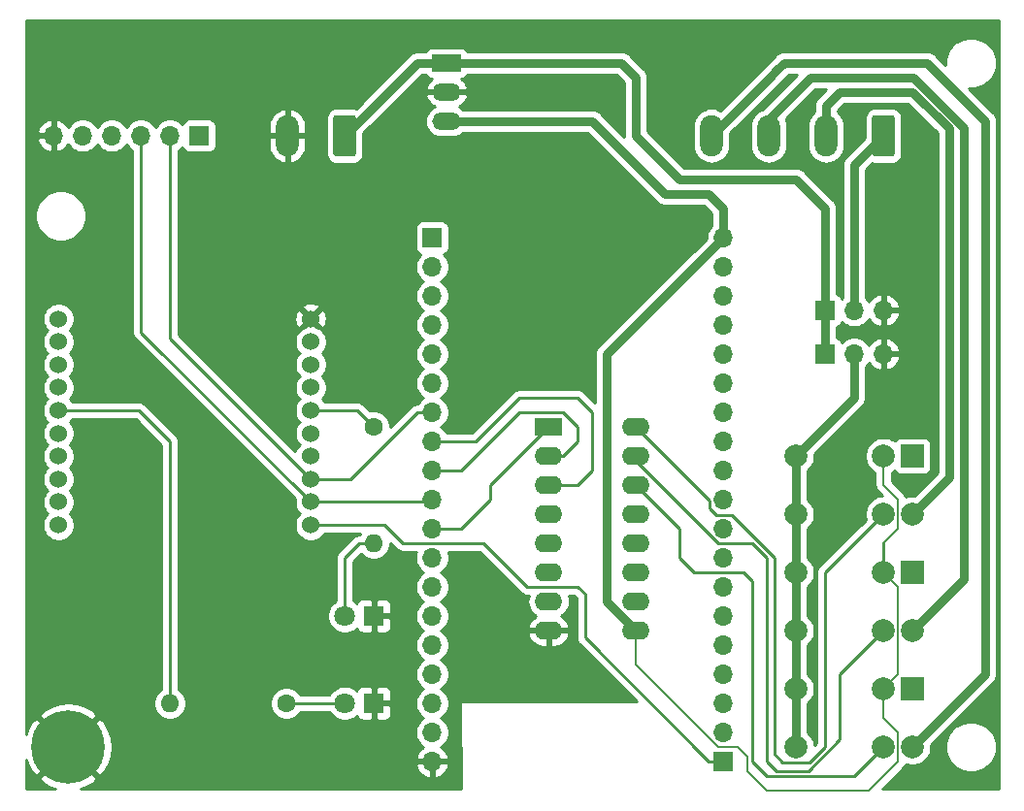
<source format=gbr>
%TF.GenerationSoftware,KiCad,Pcbnew,(5.1.6)-1*%
%TF.CreationDate,2021-03-23T21:23:30+01:00*%
%TF.ProjectId,RiderDetection,52696465-7244-4657-9465-6374696f6e2e,rev?*%
%TF.SameCoordinates,Original*%
%TF.FileFunction,Copper,L2,Bot*%
%TF.FilePolarity,Positive*%
%FSLAX46Y46*%
G04 Gerber Fmt 4.6, Leading zero omitted, Abs format (unit mm)*
G04 Created by KiCad (PCBNEW (5.1.6)-1) date 2021-03-23 21:23:30*
%MOMM*%
%LPD*%
G01*
G04 APERTURE LIST*
%TA.AperFunction,ComponentPad*%
%ADD10C,1.524000*%
%TD*%
%TA.AperFunction,ComponentPad*%
%ADD11C,0.800000*%
%TD*%
%TA.AperFunction,ComponentPad*%
%ADD12C,6.400000*%
%TD*%
%TA.AperFunction,ComponentPad*%
%ADD13C,2.000000*%
%TD*%
%TA.AperFunction,ComponentPad*%
%ADD14R,2.000000X2.000000*%
%TD*%
%TA.AperFunction,ComponentPad*%
%ADD15O,2.500000X1.500000*%
%TD*%
%TA.AperFunction,ComponentPad*%
%ADD16R,2.500000X1.500000*%
%TD*%
%TA.AperFunction,ComponentPad*%
%ADD17O,2.400000X1.600000*%
%TD*%
%TA.AperFunction,ComponentPad*%
%ADD18R,2.400000X1.600000*%
%TD*%
%TA.AperFunction,ComponentPad*%
%ADD19O,2.000000X3.600000*%
%TD*%
%TA.AperFunction,ComponentPad*%
%ADD20O,1.600000X1.600000*%
%TD*%
%TA.AperFunction,ComponentPad*%
%ADD21C,1.600000*%
%TD*%
%TA.AperFunction,ComponentPad*%
%ADD22O,1.700000X1.700000*%
%TD*%
%TA.AperFunction,ComponentPad*%
%ADD23R,1.700000X1.700000*%
%TD*%
%TA.AperFunction,ComponentPad*%
%ADD24C,1.800000*%
%TD*%
%TA.AperFunction,ComponentPad*%
%ADD25R,1.800000X1.800000*%
%TD*%
%TA.AperFunction,Conductor*%
%ADD26C,0.250000*%
%TD*%
%TA.AperFunction,Conductor*%
%ADD27C,0.200000*%
%TD*%
%TA.AperFunction,Conductor*%
%ADD28C,0.750000*%
%TD*%
%TA.AperFunction,Conductor*%
%ADD29C,0.254000*%
%TD*%
G04 APERTURE END LIST*
D10*
%TO.P,JP1,20*%
%TO.N,Net-(JP1-Pad20)*%
X53771800Y-93659960D03*
%TO.P,JP1,19*%
%TO.N,Net-(JP1-Pad19)*%
X53771800Y-91658440D03*
%TO.P,JP1,18*%
%TO.N,Net-(JP1-Pad18)*%
X53771800Y-89659460D03*
%TO.P,JP1,17*%
%TO.N,Net-(JP1-Pad17)*%
X53771800Y-87657940D03*
%TO.P,JP1,16*%
%TO.N,Net-(JP1-Pad16)*%
X53771800Y-85658960D03*
%TO.P,JP1,15*%
%TO.N,Net-(JP1-Pad15)*%
X53771800Y-83659980D03*
%TO.P,JP1,14*%
%TO.N,Net-(JP1-Pad14)*%
X53771800Y-81658460D03*
%TO.P,JP1,13*%
%TO.N,Net-(JP1-Pad13)*%
X53771800Y-79659480D03*
%TO.P,JP1,12*%
%TO.N,Net-(JP1-Pad12)*%
X53771800Y-77657960D03*
%TO.P,JP1,11*%
%TO.N,Net-(JP1-Pad11)*%
X53771800Y-75658980D03*
%TO.P,JP1,10*%
%TO.N,GND*%
X75768200Y-75658980D03*
%TO.P,JP1,9*%
%TO.N,Net-(JP1-Pad9)*%
X75768200Y-77657960D03*
%TO.P,JP1,8*%
%TO.N,Net-(JP1-Pad8)*%
X75768200Y-79659480D03*
%TO.P,JP1,7*%
%TO.N,Net-(JP1-Pad7)*%
X75768200Y-81658460D03*
%TO.P,JP1,6*%
%TO.N,Net-(JP1-Pad6)*%
X75768200Y-83659980D03*
%TO.P,JP1,5*%
%TO.N,Net-(JP1-Pad5)*%
X75768200Y-85658960D03*
%TO.P,JP1,4*%
%TO.N,Net-(JP1-Pad4)*%
X75768200Y-87657940D03*
%TO.P,JP1,3*%
%TO.N,RXD*%
X75768200Y-89659460D03*
%TO.P,JP1,2*%
%TO.N,TXD*%
X75768200Y-91658440D03*
%TO.P,JP1,1*%
%TO.N,+3V3*%
X75768200Y-93659960D03*
%TD*%
D11*
%TO.P,H3,1*%
%TO.N,GND*%
X56307056Y-111332944D03*
X54610000Y-110630000D03*
X52912944Y-111332944D03*
X52210000Y-113030000D03*
X52912944Y-114727056D03*
X54610000Y-115430000D03*
X56307056Y-114727056D03*
X57010000Y-113030000D03*
D12*
X54610000Y-113030000D03*
%TD*%
D13*
%TO.P,K3,5*%
%TO.N,START_COLOR_COM*%
X118110000Y-87630000D03*
%TO.P,K3,6*%
X118110000Y-92710000D03*
%TO.P,K3,2*%
%TO.N,+5V*%
X125730000Y-87630000D03*
D14*
%TO.P,K3,1*%
%TO.N,Net-(K3-Pad1)*%
X128270000Y-87630000D03*
D13*
%TO.P,K3,9*%
%TO.N,Net-(K3-Pad9)*%
X125730000Y-92710000D03*
%TO.P,K3,10*%
%TO.N,COL_GRN*%
X128270000Y-92710000D03*
%TD*%
%TO.P,K2,5*%
%TO.N,START_COLOR_COM*%
X118110000Y-97790000D03*
%TO.P,K2,6*%
X118110000Y-102870000D03*
%TO.P,K2,2*%
%TO.N,+5V*%
X125730000Y-97790000D03*
D14*
%TO.P,K2,1*%
%TO.N,Net-(K2-Pad1)*%
X128270000Y-97790000D03*
D13*
%TO.P,K2,9*%
%TO.N,Net-(K2-Pad9)*%
X125730000Y-102870000D03*
%TO.P,K2,10*%
%TO.N,COL_YW*%
X128270000Y-102870000D03*
%TD*%
%TO.P,K1,5*%
%TO.N,START_COLOR_COM*%
X118110000Y-107950000D03*
%TO.P,K1,6*%
X118110000Y-113030000D03*
%TO.P,K1,2*%
%TO.N,+5V*%
X125730000Y-107950000D03*
D14*
%TO.P,K1,1*%
%TO.N,Net-(K1-Pad1)*%
X128270000Y-107950000D03*
D13*
%TO.P,K1,9*%
%TO.N,Net-(K1-Pad9)*%
X125730000Y-113030000D03*
%TO.P,K1,10*%
%TO.N,COL_RD*%
X128270000Y-113030000D03*
%TD*%
D15*
%TO.P,U2,3*%
%TO.N,+5V*%
X87630000Y-58420000D03*
%TO.P,U2,2*%
%TO.N,GND*%
X87630000Y-55880000D03*
D16*
%TO.P,U2,1*%
%TO.N,+12V*%
X87630000Y-53340000D03*
%TD*%
D17*
%TO.P,U1,16*%
%TO.N,Net-(K3-Pad9)*%
X104140000Y-85090000D03*
%TO.P,U1,8*%
%TO.N,GND*%
X96520000Y-102870000D03*
%TO.P,U1,15*%
%TO.N,Net-(K2-Pad9)*%
X104140000Y-87630000D03*
%TO.P,U1,7*%
%TO.N,Net-(U1-Pad7)*%
X96520000Y-100330000D03*
%TO.P,U1,14*%
%TO.N,Net-(K1-Pad9)*%
X104140000Y-90170000D03*
%TO.P,U1,6*%
%TO.N,Net-(U1-Pad6)*%
X96520000Y-97790000D03*
%TO.P,U1,13*%
%TO.N,Net-(U1-Pad13)*%
X104140000Y-92710000D03*
%TO.P,U1,5*%
%TO.N,Net-(U1-Pad5)*%
X96520000Y-95250000D03*
%TO.P,U1,12*%
%TO.N,Net-(U1-Pad12)*%
X104140000Y-95250000D03*
%TO.P,U1,4*%
%TO.N,Net-(U1-Pad4)*%
X96520000Y-92710000D03*
%TO.P,U1,11*%
%TO.N,Net-(U1-Pad11)*%
X104140000Y-97790000D03*
%TO.P,U1,3*%
%TO.N,Net-(J1-Pad8)*%
X96520000Y-90170000D03*
%TO.P,U1,10*%
%TO.N,Net-(U1-Pad10)*%
X104140000Y-100330000D03*
%TO.P,U1,2*%
%TO.N,Net-(J1-Pad9)*%
X96520000Y-87630000D03*
%TO.P,U1,9*%
%TO.N,+5V*%
X104140000Y-102870000D03*
D18*
%TO.P,U1,1*%
%TO.N,Net-(J1-Pad11)*%
X96520000Y-85090000D03*
%TD*%
D19*
%TO.P,STARTLIGHT0,4*%
%TO.N,COL_RD*%
X110730000Y-59690000D03*
%TO.P,STARTLIGHT0,3*%
%TO.N,COL_YW*%
X115730000Y-59690000D03*
%TO.P,STARTLIGHT0,2*%
%TO.N,COL_GRN*%
X120730000Y-59690000D03*
%TO.P,STARTLIGHT0,1*%
%TO.N,START_COM*%
%TA.AperFunction,ComponentPad*%
G36*
G01*
X126730000Y-58140000D02*
X126730000Y-61240000D01*
G75*
G02*
X126480000Y-61490000I-250000J0D01*
G01*
X124980000Y-61490000D01*
G75*
G02*
X124730000Y-61240000I0J250000D01*
G01*
X124730000Y-58140000D01*
G75*
G02*
X124980000Y-57890000I250000J0D01*
G01*
X126480000Y-57890000D01*
G75*
G02*
X126730000Y-58140000I0J-250000D01*
G01*
G37*
%TD.AperFunction*%
%TD*%
D20*
%TO.P,R2,2*%
%TO.N,Net-(JP1-Pad15)*%
X63500000Y-109220000D03*
D21*
%TO.P,R2,1*%
%TO.N,Net-(D2-Pad2)*%
X73660000Y-109220000D03*
%TD*%
D20*
%TO.P,R1,2*%
%TO.N,Net-(D1-Pad2)*%
X81280000Y-95250000D03*
D21*
%TO.P,R1,1*%
%TO.N,Net-(JP1-Pad6)*%
X81280000Y-85090000D03*
%TD*%
D19*
%TO.P,PWR0,2*%
%TO.N,GND*%
X73740000Y-59690000D03*
%TO.P,PWR0,1*%
%TO.N,+12V*%
%TA.AperFunction,ComponentPad*%
G36*
G01*
X79740000Y-58140000D02*
X79740000Y-61240000D01*
G75*
G02*
X79490000Y-61490000I-250000J0D01*
G01*
X77990000Y-61490000D01*
G75*
G02*
X77740000Y-61240000I0J250000D01*
G01*
X77740000Y-58140000D01*
G75*
G02*
X77990000Y-57890000I250000J0D01*
G01*
X79490000Y-57890000D01*
G75*
G02*
X79740000Y-58140000I0J-250000D01*
G01*
G37*
%TD.AperFunction*%
%TD*%
D22*
%TO.P,J5,3*%
%TO.N,GND*%
X125730000Y-78740000D03*
%TO.P,J5,2*%
%TO.N,START_COLOR_COM*%
X123190000Y-78740000D03*
D23*
%TO.P,J5,1*%
%TO.N,+12V*%
X120650000Y-78740000D03*
%TD*%
D22*
%TO.P,J4,3*%
%TO.N,GND*%
X125730000Y-74930000D03*
%TO.P,J4,2*%
%TO.N,START_COM*%
X123190000Y-74930000D03*
D23*
%TO.P,J4,1*%
%TO.N,+12V*%
X120650000Y-74930000D03*
%TD*%
D22*
%TO.P,J3,6*%
%TO.N,GND*%
X53340000Y-59690000D03*
%TO.P,J3,5*%
%TO.N,Net-(J3-Pad5)*%
X55880000Y-59690000D03*
%TO.P,J3,4*%
%TO.N,Net-(J3-Pad4)*%
X58420000Y-59690000D03*
%TO.P,J3,3*%
%TO.N,TXD*%
X60960000Y-59690000D03*
%TO.P,J3,2*%
%TO.N,RXD*%
X63500000Y-59690000D03*
D23*
%TO.P,J3,1*%
%TO.N,Net-(J3-Pad1)*%
X66040000Y-59690000D03*
%TD*%
D22*
%TO.P,J2,19*%
%TO.N,+5V*%
X111760000Y-68580000D03*
%TO.P,J2,18*%
%TO.N,Net-(J2-Pad18)*%
X111760000Y-71120000D03*
%TO.P,J2,17*%
%TO.N,Net-(J2-Pad17)*%
X111760000Y-73660000D03*
%TO.P,J2,16*%
%TO.N,Net-(J2-Pad16)*%
X111760000Y-76200000D03*
%TO.P,J2,15*%
%TO.N,Net-(J2-Pad15)*%
X111760000Y-78740000D03*
%TO.P,J2,14*%
%TO.N,Net-(J2-Pad14)*%
X111760000Y-81280000D03*
%TO.P,J2,13*%
%TO.N,Net-(J2-Pad13)*%
X111760000Y-83820000D03*
%TO.P,J2,12*%
%TO.N,Net-(J2-Pad12)*%
X111760000Y-86360000D03*
%TO.P,J2,11*%
%TO.N,Net-(J2-Pad11)*%
X111760000Y-88900000D03*
%TO.P,J2,10*%
%TO.N,Net-(J2-Pad10)*%
X111760000Y-91440000D03*
%TO.P,J2,9*%
%TO.N,Net-(J2-Pad9)*%
X111760000Y-93980000D03*
%TO.P,J2,8*%
%TO.N,Net-(J2-Pad8)*%
X111760000Y-96520000D03*
%TO.P,J2,7*%
%TO.N,Net-(J2-Pad7)*%
X111760000Y-99060000D03*
%TO.P,J2,6*%
%TO.N,Net-(J2-Pad6)*%
X111760000Y-101600000D03*
%TO.P,J2,5*%
%TO.N,Net-(J2-Pad5)*%
X111760000Y-104140000D03*
%TO.P,J2,4*%
%TO.N,Net-(J2-Pad4)*%
X111760000Y-106680000D03*
%TO.P,J2,3*%
%TO.N,Net-(J2-Pad3)*%
X111760000Y-109220000D03*
%TO.P,J2,2*%
%TO.N,Net-(J2-Pad2)*%
X111760000Y-111760000D03*
D23*
%TO.P,J2,1*%
%TO.N,+3V3*%
X111760000Y-114300000D03*
%TD*%
D22*
%TO.P,J1,19*%
%TO.N,GND*%
X86360000Y-114300000D03*
%TO.P,J1,18*%
%TO.N,Net-(J1-Pad18)*%
X86360000Y-111760000D03*
%TO.P,J1,17*%
%TO.N,Net-(J1-Pad17)*%
X86360000Y-109220000D03*
%TO.P,J1,16*%
%TO.N,Net-(J1-Pad16)*%
X86360000Y-106680000D03*
%TO.P,J1,15*%
%TO.N,Net-(J1-Pad15)*%
X86360000Y-104140000D03*
%TO.P,J1,14*%
%TO.N,Net-(J1-Pad14)*%
X86360000Y-101600000D03*
%TO.P,J1,13*%
%TO.N,Net-(J1-Pad13)*%
X86360000Y-99060000D03*
%TO.P,J1,12*%
%TO.N,Net-(J1-Pad12)*%
X86360000Y-96520000D03*
%TO.P,J1,11*%
%TO.N,Net-(J1-Pad11)*%
X86360000Y-93980000D03*
%TO.P,J1,10*%
%TO.N,TXD*%
X86360000Y-91440000D03*
%TO.P,J1,9*%
%TO.N,Net-(J1-Pad9)*%
X86360000Y-88900000D03*
%TO.P,J1,8*%
%TO.N,Net-(J1-Pad8)*%
X86360000Y-86360000D03*
%TO.P,J1,7*%
%TO.N,RXD*%
X86360000Y-83820000D03*
%TO.P,J1,6*%
%TO.N,Net-(J1-Pad6)*%
X86360000Y-81280000D03*
%TO.P,J1,5*%
%TO.N,Net-(J1-Pad5)*%
X86360000Y-78740000D03*
%TO.P,J1,4*%
%TO.N,Net-(J1-Pad4)*%
X86360000Y-76200000D03*
%TO.P,J1,3*%
%TO.N,Net-(J1-Pad3)*%
X86360000Y-73660000D03*
%TO.P,J1,2*%
%TO.N,Net-(J1-Pad2)*%
X86360000Y-71120000D03*
D23*
%TO.P,J1,1*%
%TO.N,Net-(J1-Pad1)*%
X86360000Y-68580000D03*
%TD*%
D24*
%TO.P,D2,2*%
%TO.N,Net-(D2-Pad2)*%
X78740000Y-109220000D03*
D25*
%TO.P,D2,1*%
%TO.N,GND*%
X81280000Y-109220000D03*
%TD*%
D24*
%TO.P,D1,2*%
%TO.N,Net-(D1-Pad2)*%
X78740000Y-101600000D03*
D25*
%TO.P,D1,1*%
%TO.N,GND*%
X81280000Y-101600000D03*
%TD*%
D26*
%TO.N,Net-(D1-Pad2)*%
X81280000Y-95250000D02*
X80010000Y-95250000D01*
X80010000Y-95250000D02*
X78740000Y-96520000D01*
X78740000Y-96520000D02*
X78740000Y-101600000D01*
%TO.N,Net-(D2-Pad2)*%
X73660000Y-109220000D02*
X78740000Y-109220000D01*
%TO.N,Net-(J1-Pad11)*%
X87630000Y-93980000D02*
X88900000Y-93980000D01*
X88900000Y-93980000D02*
X91440000Y-91440000D01*
X91440000Y-90170000D02*
X96520000Y-85090000D01*
X91440000Y-91440000D02*
X91440000Y-90170000D01*
X87630000Y-93980000D02*
X86360000Y-93980000D01*
%TO.N,TXD*%
X60960000Y-76200000D02*
X60960000Y-59690000D01*
X60960000Y-76850240D02*
X60960000Y-76200000D01*
X75768200Y-91658440D02*
X60960000Y-76850240D01*
X86141560Y-91658440D02*
X86360000Y-91440000D01*
X75768200Y-91658440D02*
X86141560Y-91658440D01*
%TO.N,Net-(J1-Pad9)*%
X87630000Y-88900000D02*
X88900000Y-88900000D01*
X88900000Y-88900000D02*
X93980000Y-83820000D01*
X93980000Y-83820000D02*
X97790000Y-83820000D01*
X97790000Y-83820000D02*
X99060000Y-85090000D01*
X99060000Y-85090000D02*
X99060000Y-86360000D01*
X97790000Y-87630000D02*
X96520000Y-87630000D01*
X99060000Y-86360000D02*
X97790000Y-87630000D01*
X87630000Y-88900000D02*
X86360000Y-88900000D01*
%TO.N,Net-(J1-Pad8)*%
X87630000Y-86360000D02*
X90170000Y-86360000D01*
X90170000Y-86360000D02*
X93980000Y-82550000D01*
X93980000Y-82550000D02*
X99060000Y-82550000D01*
X99060000Y-82550000D02*
X100330000Y-83820000D01*
X100330000Y-83820000D02*
X100330000Y-88900000D01*
X99060000Y-90170000D02*
X96520000Y-90170000D01*
X100330000Y-88900000D02*
X99060000Y-90170000D01*
X87630000Y-86360000D02*
X86360000Y-86360000D01*
%TO.N,RXD*%
X75768200Y-89266702D02*
X75768200Y-89659460D01*
X75768200Y-89659460D02*
X79250540Y-89659460D01*
X79250540Y-89659460D02*
X85090000Y-83820000D01*
X63500000Y-77391260D02*
X63500000Y-59690000D01*
X75768200Y-89659460D02*
X63500000Y-77391260D01*
X85090000Y-83820000D02*
X86360000Y-83820000D01*
%TO.N,+5V*%
X125730000Y-97790000D02*
X125730000Y-95250000D01*
D27*
X127000000Y-93980000D02*
X125730000Y-95250000D01*
X127000000Y-91440000D02*
X127000000Y-93980000D01*
X125730000Y-87630000D02*
X125730000Y-90170000D01*
X125730000Y-90170000D02*
X127000000Y-91440000D01*
X125730000Y-97790000D02*
X127000000Y-99060000D01*
X127000000Y-106680000D02*
X125730000Y-107950000D01*
X127000000Y-99060000D02*
X127000000Y-106680000D01*
X125730000Y-107950000D02*
X125730000Y-110490000D01*
X125730000Y-110490000D02*
X127000000Y-111760000D01*
X125730000Y-115570000D02*
X127000000Y-114300000D01*
X127000000Y-114300000D02*
X127000000Y-111760000D01*
X125730000Y-115570000D02*
X124460000Y-116840000D01*
X124460000Y-116840000D02*
X115570000Y-116840000D01*
D28*
X106680000Y-64770000D02*
X109220000Y-64770000D01*
X110490000Y-64770000D02*
X111760000Y-66040000D01*
X111760000Y-66040000D02*
X111760000Y-68580000D01*
X109220000Y-64770000D02*
X110490000Y-64770000D01*
X87630000Y-58420000D02*
X100330000Y-58420000D01*
X100330000Y-58420000D02*
X106680000Y-64770000D01*
X101600000Y-100330000D02*
X104140000Y-102870000D01*
X111760000Y-68580000D02*
X101600000Y-78740000D01*
X101600000Y-78740000D02*
X101600000Y-80010000D01*
X101600000Y-80010000D02*
X101600000Y-100330000D01*
D27*
X104140000Y-105842002D02*
X111327998Y-113030000D01*
X104140000Y-102870000D02*
X104140000Y-105842002D01*
X111327998Y-113030000D02*
X113030000Y-113030000D01*
X113874990Y-113874990D02*
X113874990Y-115144990D01*
X113030000Y-113030000D02*
X113874990Y-113874990D01*
X113874990Y-115144990D02*
X115570000Y-116840000D01*
D26*
%TO.N,+3V3*%
X75879960Y-93659960D02*
X75768200Y-93659960D01*
X83820000Y-95250000D02*
X82229960Y-93659960D01*
X90805000Y-95250000D02*
X83820000Y-95250000D01*
X94615000Y-99060000D02*
X90805000Y-95250000D01*
X110490000Y-114300000D02*
X99695000Y-103505000D01*
X99695000Y-103505000D02*
X99695000Y-99695000D01*
X99695000Y-99695000D02*
X99060000Y-99060000D01*
X82229960Y-93659960D02*
X75768200Y-93659960D01*
X111760000Y-114300000D02*
X110490000Y-114300000D01*
X99060000Y-99060000D02*
X94615000Y-99060000D01*
D28*
%TO.N,START_COM*%
X125730000Y-59690000D02*
X124554999Y-60865001D01*
X123190000Y-74930000D02*
X123190000Y-62230000D01*
X123190000Y-62230000D02*
X124554999Y-60865001D01*
%TO.N,+12V*%
X78740000Y-59690000D02*
X85090000Y-53340000D01*
X85090000Y-53340000D02*
X87630000Y-53340000D01*
X118110000Y-63500000D02*
X120650000Y-66040000D01*
X120650000Y-66040000D02*
X120650000Y-74930000D01*
X102870000Y-53340000D02*
X104140000Y-54610000D01*
X104140000Y-59690000D02*
X107950000Y-63500000D01*
X87630000Y-53340000D02*
X102870000Y-53340000D01*
X104140000Y-54610000D02*
X104140000Y-59690000D01*
X107950000Y-63500000D02*
X118110000Y-63500000D01*
X120650000Y-74930000D02*
X120650000Y-78740000D01*
%TO.N,START_COLOR_COM*%
X118110000Y-87630000D02*
X118110000Y-92710000D01*
X118110000Y-92710000D02*
X118110000Y-97790000D01*
X118110000Y-97790000D02*
X118110000Y-102870000D01*
X118110000Y-102870000D02*
X118110000Y-107950000D01*
X118110000Y-107950000D02*
X118110000Y-113030000D01*
X123190000Y-82550000D02*
X123190000Y-78740000D01*
X118110000Y-87630000D02*
X123190000Y-82550000D01*
D26*
%TO.N,Net-(JP1-Pad15)*%
X53771800Y-83659980D02*
X60799980Y-83659980D01*
X63500000Y-86360000D02*
X63500000Y-109220000D01*
X60799980Y-83659980D02*
X63500000Y-86360000D01*
%TO.N,Net-(JP1-Pad6)*%
X79849980Y-83659980D02*
X81280000Y-85090000D01*
X75768200Y-83659980D02*
X79849980Y-83659980D01*
%TO.N,Net-(K1-Pad9)*%
X107950000Y-93980000D02*
X104140000Y-90170000D01*
X107950000Y-96520000D02*
X107950000Y-93980000D01*
X109220000Y-97790000D02*
X107950000Y-96520000D01*
X113499002Y-97790000D02*
X109220000Y-97790000D01*
X123190000Y-115570000D02*
X115570000Y-115570000D01*
X125730000Y-113030000D02*
X123190000Y-115570000D01*
X115570000Y-115570000D02*
X114300000Y-114300000D01*
X114300000Y-98590998D02*
X113499002Y-97790000D01*
X114300000Y-114300000D02*
X114300000Y-98590998D01*
D28*
%TO.N,COL_RD*%
X115810000Y-54610000D02*
X110730000Y-59690000D01*
X134620000Y-58420000D02*
X129540000Y-53340000D01*
X134620000Y-59690000D02*
X134620000Y-58420000D01*
X129540000Y-53340000D02*
X117080000Y-53340000D01*
X117080000Y-53340000D02*
X116445000Y-53975000D01*
X134620000Y-59690000D02*
X134620000Y-106680000D01*
X134620000Y-106680000D02*
X130810000Y-110490000D01*
X116445000Y-53975000D02*
X115810000Y-54610000D01*
X128270000Y-113030000D02*
X130810000Y-110490000D01*
X130810000Y-110490000D02*
X131260009Y-110039991D01*
D26*
%TO.N,Net-(K2-Pad9)*%
X111290998Y-95250000D02*
X104140000Y-88099002D01*
X114300000Y-95250000D02*
X111290998Y-95250000D01*
X115570000Y-114300000D02*
X115570000Y-96520000D01*
X125730000Y-102870000D02*
X121920000Y-106680000D01*
X121920000Y-106680000D02*
X121920000Y-112396410D01*
X121920000Y-112396410D02*
X119196420Y-115119990D01*
X104140000Y-88099002D02*
X104140000Y-87630000D01*
X116389990Y-115119990D02*
X115570000Y-114300000D01*
X115570000Y-96520000D02*
X114300000Y-95250000D01*
X119196420Y-115119990D02*
X116389990Y-115119990D01*
D28*
%TO.N,COL_YW*%
X132715000Y-98425000D02*
X128270000Y-102870000D01*
X132715000Y-59690000D02*
X132715000Y-98425000D01*
X115730000Y-59690000D02*
X115730000Y-58260000D01*
X115730000Y-58260000D02*
X119380000Y-54610000D01*
X128343516Y-54610000D02*
X132715000Y-58981484D01*
X119380000Y-54610000D02*
X128343516Y-54610000D01*
X132715000Y-58981484D02*
X132715000Y-59055000D01*
X132715000Y-59055000D02*
X132715000Y-59690000D01*
D26*
%TO.N,Net-(K3-Pad9)*%
X120650000Y-97790000D02*
X125730000Y-92710000D01*
X120650000Y-113030000D02*
X120650000Y-97790000D01*
X116895001Y-114355001D02*
X119324999Y-114355001D01*
X119324999Y-114355001D02*
X120650000Y-113030000D01*
X116784999Y-114244999D02*
X116895001Y-114355001D01*
X110584999Y-92193999D02*
X111195999Y-92804999D01*
X111195999Y-92804999D02*
X112491409Y-92804999D01*
X104140000Y-85090000D02*
X110584999Y-91534999D01*
X112491409Y-92804999D02*
X116205000Y-96518590D01*
X110584999Y-91534999D02*
X110584999Y-92193999D01*
X116205000Y-113665000D02*
X116895001Y-114355001D01*
X116205000Y-96518590D02*
X116205000Y-113665000D01*
D28*
%TO.N,COL_GRN*%
X120730000Y-59690000D02*
X120730000Y-58975000D01*
X131445000Y-89535000D02*
X129540000Y-91440000D01*
X129540000Y-91440000D02*
X128270000Y-92710000D01*
X120730000Y-57070000D02*
X121920000Y-55880000D01*
X121920000Y-55880000D02*
X128270000Y-55880000D01*
X131445000Y-59055000D02*
X131445000Y-89535000D01*
X120730000Y-59690000D02*
X120730000Y-57070000D01*
X128270000Y-55880000D02*
X131445000Y-59055000D01*
%TD*%
D29*
%TO.N,GND*%
G36*
X135763000Y-116713000D02*
G01*
X125626446Y-116713000D01*
X126275253Y-116064194D01*
X126275257Y-116064189D01*
X127494197Y-114845250D01*
X127522237Y-114822238D01*
X127545250Y-114794197D01*
X127545253Y-114794194D01*
X127614086Y-114710321D01*
X127614087Y-114710320D01*
X127682337Y-114582633D01*
X127689435Y-114559233D01*
X127793088Y-114602168D01*
X128108967Y-114665000D01*
X128431033Y-114665000D01*
X128746912Y-114602168D01*
X129044463Y-114478918D01*
X129312252Y-114299987D01*
X129539987Y-114072252D01*
X129718918Y-113804463D01*
X129842168Y-113506912D01*
X129905000Y-113191033D01*
X129905000Y-112868967D01*
X129897433Y-112830923D01*
X129918484Y-112809872D01*
X131115000Y-112809872D01*
X131115000Y-113250128D01*
X131200890Y-113681925D01*
X131369369Y-114088669D01*
X131613962Y-114454729D01*
X131925271Y-114766038D01*
X132291331Y-115010631D01*
X132698075Y-115179110D01*
X133129872Y-115265000D01*
X133570128Y-115265000D01*
X134001925Y-115179110D01*
X134408669Y-115010631D01*
X134774729Y-114766038D01*
X135086038Y-114454729D01*
X135330631Y-114088669D01*
X135499110Y-113681925D01*
X135585000Y-113250128D01*
X135585000Y-112809872D01*
X135499110Y-112378075D01*
X135330631Y-111971331D01*
X135086038Y-111605271D01*
X134774729Y-111293962D01*
X134408669Y-111049369D01*
X134001925Y-110880890D01*
X133570128Y-110795000D01*
X133129872Y-110795000D01*
X132698075Y-110880890D01*
X132291331Y-111049369D01*
X131925271Y-111293962D01*
X131613962Y-111605271D01*
X131369369Y-111971331D01*
X131200890Y-112378075D01*
X131115000Y-112809872D01*
X129918484Y-112809872D01*
X131559255Y-111169101D01*
X131559260Y-111169095D01*
X132009265Y-110719090D01*
X135299100Y-107429256D01*
X135337633Y-107397633D01*
X135463847Y-107243840D01*
X135557632Y-107068380D01*
X135615385Y-106877994D01*
X135620481Y-106826260D01*
X135634886Y-106680000D01*
X135630000Y-106630392D01*
X135630000Y-58469608D01*
X135634886Y-58420000D01*
X135615385Y-58222005D01*
X135557632Y-58031620D01*
X135544810Y-58007632D01*
X135463847Y-57856160D01*
X135337633Y-57702367D01*
X135299100Y-57670744D01*
X133203356Y-55575000D01*
X133570128Y-55575000D01*
X134001925Y-55489110D01*
X134408669Y-55320631D01*
X134774729Y-55076038D01*
X135086038Y-54764729D01*
X135330631Y-54398669D01*
X135499110Y-53991925D01*
X135585000Y-53560128D01*
X135585000Y-53119872D01*
X135499110Y-52688075D01*
X135330631Y-52281331D01*
X135086038Y-51915271D01*
X134774729Y-51603962D01*
X134408669Y-51359369D01*
X134001925Y-51190890D01*
X133570128Y-51105000D01*
X133129872Y-51105000D01*
X132698075Y-51190890D01*
X132291331Y-51359369D01*
X131925271Y-51603962D01*
X131613962Y-51915271D01*
X131369369Y-52281331D01*
X131200890Y-52688075D01*
X131115000Y-53119872D01*
X131115000Y-53486645D01*
X130289261Y-52660906D01*
X130257633Y-52622367D01*
X130103840Y-52496153D01*
X129928380Y-52402368D01*
X129737994Y-52344615D01*
X129589608Y-52330000D01*
X129540000Y-52325114D01*
X129490392Y-52330000D01*
X117129608Y-52330000D01*
X117080000Y-52325114D01*
X116882005Y-52344615D01*
X116691620Y-52402368D01*
X116516160Y-52496153D01*
X116362367Y-52622367D01*
X116330739Y-52660906D01*
X115130906Y-53860739D01*
X115130900Y-53860744D01*
X111528659Y-57462985D01*
X111358715Y-57372148D01*
X111050516Y-57278657D01*
X110730000Y-57247089D01*
X110409485Y-57278657D01*
X110101286Y-57372148D01*
X109817249Y-57523969D01*
X109568287Y-57728286D01*
X109363970Y-57977248D01*
X109212149Y-58261285D01*
X109118658Y-58569484D01*
X109095000Y-58809678D01*
X109095000Y-60570321D01*
X109118657Y-60810515D01*
X109212148Y-61118714D01*
X109363969Y-61402751D01*
X109568286Y-61651714D01*
X109817248Y-61856031D01*
X110101285Y-62007852D01*
X110409484Y-62101343D01*
X110730000Y-62132911D01*
X111050515Y-62101343D01*
X111358714Y-62007852D01*
X111642751Y-61856031D01*
X111891714Y-61651714D01*
X112096031Y-61402752D01*
X112247852Y-61118715D01*
X112341343Y-60810516D01*
X112365000Y-60570322D01*
X112365000Y-59483355D01*
X116559256Y-55289100D01*
X116559261Y-55289094D01*
X117498355Y-54350000D01*
X118211644Y-54350000D01*
X115227907Y-57333738D01*
X115101286Y-57372148D01*
X114817249Y-57523969D01*
X114568287Y-57728286D01*
X114363970Y-57977248D01*
X114212149Y-58261285D01*
X114118658Y-58569484D01*
X114095000Y-58809678D01*
X114095000Y-60570321D01*
X114118657Y-60810515D01*
X114212148Y-61118714D01*
X114363969Y-61402751D01*
X114568286Y-61651714D01*
X114817248Y-61856031D01*
X115101285Y-62007852D01*
X115409484Y-62101343D01*
X115730000Y-62132911D01*
X116050515Y-62101343D01*
X116358714Y-62007852D01*
X116642751Y-61856031D01*
X116891714Y-61651714D01*
X117096031Y-61402752D01*
X117247852Y-61118715D01*
X117341343Y-60810516D01*
X117365000Y-60570322D01*
X117365000Y-58809678D01*
X117341343Y-58569484D01*
X117247852Y-58261285D01*
X117216230Y-58202125D01*
X119798356Y-55620000D01*
X120751645Y-55620000D01*
X120050901Y-56320744D01*
X120012368Y-56352367D01*
X119980745Y-56390900D01*
X119980744Y-56390901D01*
X119886154Y-56506160D01*
X119792368Y-56681621D01*
X119734615Y-56872006D01*
X119715114Y-57070000D01*
X119720001Y-57119617D01*
X119720001Y-57603778D01*
X119568287Y-57728286D01*
X119363970Y-57977248D01*
X119212149Y-58261285D01*
X119118658Y-58569484D01*
X119095000Y-58809678D01*
X119095000Y-60570321D01*
X119118657Y-60810515D01*
X119212148Y-61118714D01*
X119363969Y-61402751D01*
X119568286Y-61651714D01*
X119817248Y-61856031D01*
X120101285Y-62007852D01*
X120409484Y-62101343D01*
X120730000Y-62132911D01*
X121050515Y-62101343D01*
X121358714Y-62007852D01*
X121642751Y-61856031D01*
X121891714Y-61651714D01*
X122096031Y-61402752D01*
X122247852Y-61118715D01*
X122341343Y-60810516D01*
X122365000Y-60570322D01*
X122365000Y-58809678D01*
X122341343Y-58569484D01*
X122247852Y-58261285D01*
X122096031Y-57977248D01*
X121891714Y-57728286D01*
X121740000Y-57603778D01*
X121740000Y-57488355D01*
X122338355Y-56890000D01*
X127851645Y-56890000D01*
X130435000Y-59473355D01*
X130435001Y-89116643D01*
X128860900Y-90690745D01*
X128469078Y-91082567D01*
X128431033Y-91075000D01*
X128108967Y-91075000D01*
X127793088Y-91137832D01*
X127689435Y-91180767D01*
X127682337Y-91157367D01*
X127614087Y-91029680D01*
X127566012Y-90971101D01*
X127545253Y-90945806D01*
X127545250Y-90945803D01*
X127522237Y-90917762D01*
X127494197Y-90894750D01*
X126465000Y-89865554D01*
X126465000Y-89095264D01*
X126504463Y-89078918D01*
X126714809Y-88938370D01*
X126739463Y-88984494D01*
X126818815Y-89081185D01*
X126915506Y-89160537D01*
X127025820Y-89219502D01*
X127145518Y-89255812D01*
X127270000Y-89268072D01*
X129270000Y-89268072D01*
X129394482Y-89255812D01*
X129514180Y-89219502D01*
X129624494Y-89160537D01*
X129721185Y-89081185D01*
X129800537Y-88984494D01*
X129859502Y-88874180D01*
X129895812Y-88754482D01*
X129908072Y-88630000D01*
X129908072Y-86630000D01*
X129895812Y-86505518D01*
X129859502Y-86385820D01*
X129800537Y-86275506D01*
X129721185Y-86178815D01*
X129624494Y-86099463D01*
X129514180Y-86040498D01*
X129394482Y-86004188D01*
X129270000Y-85991928D01*
X127270000Y-85991928D01*
X127145518Y-86004188D01*
X127025820Y-86040498D01*
X126915506Y-86099463D01*
X126818815Y-86178815D01*
X126739463Y-86275506D01*
X126714809Y-86321630D01*
X126504463Y-86181082D01*
X126206912Y-86057832D01*
X125891033Y-85995000D01*
X125568967Y-85995000D01*
X125253088Y-86057832D01*
X124955537Y-86181082D01*
X124687748Y-86360013D01*
X124460013Y-86587748D01*
X124281082Y-86855537D01*
X124157832Y-87153088D01*
X124095000Y-87468967D01*
X124095000Y-87791033D01*
X124157832Y-88106912D01*
X124281082Y-88404463D01*
X124460013Y-88672252D01*
X124687748Y-88899987D01*
X124955537Y-89078918D01*
X124995001Y-89095264D01*
X124995001Y-90133885D01*
X124991444Y-90170000D01*
X125005635Y-90314085D01*
X125039316Y-90425114D01*
X125047664Y-90452633D01*
X125115914Y-90580320D01*
X125207763Y-90692238D01*
X125235808Y-90715254D01*
X125595554Y-91075000D01*
X125568967Y-91075000D01*
X125253088Y-91137832D01*
X124955537Y-91261082D01*
X124687748Y-91440013D01*
X124460013Y-91667748D01*
X124281082Y-91935537D01*
X124157832Y-92233088D01*
X124095000Y-92548967D01*
X124095000Y-92871033D01*
X124157832Y-93186912D01*
X124163823Y-93201375D01*
X120138998Y-97226201D01*
X120110000Y-97249999D01*
X120086202Y-97278997D01*
X120086201Y-97278998D01*
X120015026Y-97365724D01*
X119944454Y-97497754D01*
X119921023Y-97575000D01*
X119900999Y-97641013D01*
X119900998Y-97641015D01*
X119886324Y-97790000D01*
X119890001Y-97827332D01*
X119890000Y-112715197D01*
X119743545Y-112861653D01*
X119682168Y-112553088D01*
X119558918Y-112255537D01*
X119379987Y-111987748D01*
X119152252Y-111760013D01*
X119120000Y-111738463D01*
X119120000Y-109241537D01*
X119152252Y-109219987D01*
X119379987Y-108992252D01*
X119558918Y-108724463D01*
X119682168Y-108426912D01*
X119745000Y-108111033D01*
X119745000Y-107788967D01*
X119682168Y-107473088D01*
X119558918Y-107175537D01*
X119379987Y-106907748D01*
X119152252Y-106680013D01*
X119120000Y-106658463D01*
X119120000Y-104161537D01*
X119152252Y-104139987D01*
X119379987Y-103912252D01*
X119558918Y-103644463D01*
X119682168Y-103346912D01*
X119745000Y-103031033D01*
X119745000Y-102708967D01*
X119682168Y-102393088D01*
X119558918Y-102095537D01*
X119379987Y-101827748D01*
X119152252Y-101600013D01*
X119120000Y-101578463D01*
X119120000Y-99081537D01*
X119152252Y-99059987D01*
X119379987Y-98832252D01*
X119558918Y-98564463D01*
X119682168Y-98266912D01*
X119745000Y-97951033D01*
X119745000Y-97628967D01*
X119682168Y-97313088D01*
X119558918Y-97015537D01*
X119379987Y-96747748D01*
X119152252Y-96520013D01*
X119120000Y-96498463D01*
X119120000Y-94001537D01*
X119152252Y-93979987D01*
X119379987Y-93752252D01*
X119558918Y-93484463D01*
X119682168Y-93186912D01*
X119745000Y-92871033D01*
X119745000Y-92548967D01*
X119682168Y-92233088D01*
X119558918Y-91935537D01*
X119379987Y-91667748D01*
X119152252Y-91440013D01*
X119120000Y-91418463D01*
X119120000Y-88921537D01*
X119152252Y-88899987D01*
X119379987Y-88672252D01*
X119558918Y-88404463D01*
X119682168Y-88106912D01*
X119745000Y-87791033D01*
X119745000Y-87468967D01*
X119737433Y-87430923D01*
X123869100Y-83299256D01*
X123907633Y-83267633D01*
X124033847Y-83113840D01*
X124127632Y-82938380D01*
X124178878Y-82769445D01*
X124185385Y-82747995D01*
X124204886Y-82550000D01*
X124200000Y-82500392D01*
X124200000Y-79830107D01*
X124343475Y-79686632D01*
X124465195Y-79504466D01*
X124534822Y-79621355D01*
X124729731Y-79837588D01*
X124963080Y-80011641D01*
X125225901Y-80136825D01*
X125373110Y-80181476D01*
X125603000Y-80060155D01*
X125603000Y-78867000D01*
X125857000Y-78867000D01*
X125857000Y-80060155D01*
X126086890Y-80181476D01*
X126234099Y-80136825D01*
X126496920Y-80011641D01*
X126730269Y-79837588D01*
X126925178Y-79621355D01*
X127074157Y-79371252D01*
X127171481Y-79096891D01*
X127050814Y-78867000D01*
X125857000Y-78867000D01*
X125603000Y-78867000D01*
X125583000Y-78867000D01*
X125583000Y-78613000D01*
X125603000Y-78613000D01*
X125603000Y-77419845D01*
X125857000Y-77419845D01*
X125857000Y-78613000D01*
X127050814Y-78613000D01*
X127171481Y-78383109D01*
X127074157Y-78108748D01*
X126925178Y-77858645D01*
X126730269Y-77642412D01*
X126496920Y-77468359D01*
X126234099Y-77343175D01*
X126086890Y-77298524D01*
X125857000Y-77419845D01*
X125603000Y-77419845D01*
X125373110Y-77298524D01*
X125225901Y-77343175D01*
X124963080Y-77468359D01*
X124729731Y-77642412D01*
X124534822Y-77858645D01*
X124465195Y-77975534D01*
X124343475Y-77793368D01*
X124136632Y-77586525D01*
X123893411Y-77424010D01*
X123623158Y-77312068D01*
X123336260Y-77255000D01*
X123043740Y-77255000D01*
X122756842Y-77312068D01*
X122486589Y-77424010D01*
X122243368Y-77586525D01*
X122111513Y-77718380D01*
X122089502Y-77645820D01*
X122030537Y-77535506D01*
X121951185Y-77438815D01*
X121854494Y-77359463D01*
X121744180Y-77300498D01*
X121660000Y-77274962D01*
X121660000Y-76395038D01*
X121744180Y-76369502D01*
X121854494Y-76310537D01*
X121951185Y-76231185D01*
X122030537Y-76134494D01*
X122089502Y-76024180D01*
X122111513Y-75951620D01*
X122243368Y-76083475D01*
X122486589Y-76245990D01*
X122756842Y-76357932D01*
X123043740Y-76415000D01*
X123336260Y-76415000D01*
X123623158Y-76357932D01*
X123893411Y-76245990D01*
X124136632Y-76083475D01*
X124343475Y-75876632D01*
X124465195Y-75694466D01*
X124534822Y-75811355D01*
X124729731Y-76027588D01*
X124963080Y-76201641D01*
X125225901Y-76326825D01*
X125373110Y-76371476D01*
X125603000Y-76250155D01*
X125603000Y-75057000D01*
X125857000Y-75057000D01*
X125857000Y-76250155D01*
X126086890Y-76371476D01*
X126234099Y-76326825D01*
X126496920Y-76201641D01*
X126730269Y-76027588D01*
X126925178Y-75811355D01*
X127074157Y-75561252D01*
X127171481Y-75286891D01*
X127050814Y-75057000D01*
X125857000Y-75057000D01*
X125603000Y-75057000D01*
X125583000Y-75057000D01*
X125583000Y-74803000D01*
X125603000Y-74803000D01*
X125603000Y-73609845D01*
X125857000Y-73609845D01*
X125857000Y-74803000D01*
X127050814Y-74803000D01*
X127171481Y-74573109D01*
X127074157Y-74298748D01*
X126925178Y-74048645D01*
X126730269Y-73832412D01*
X126496920Y-73658359D01*
X126234099Y-73533175D01*
X126086890Y-73488524D01*
X125857000Y-73609845D01*
X125603000Y-73609845D01*
X125373110Y-73488524D01*
X125225901Y-73533175D01*
X124963080Y-73658359D01*
X124729731Y-73832412D01*
X124534822Y-74048645D01*
X124465195Y-74165534D01*
X124343475Y-73983368D01*
X124200000Y-73839893D01*
X124200000Y-62648355D01*
X124753499Y-62094856D01*
X124806746Y-62111008D01*
X124980000Y-62128072D01*
X126480000Y-62128072D01*
X126653254Y-62111008D01*
X126819850Y-62060472D01*
X126973386Y-61978405D01*
X127107962Y-61867962D01*
X127218405Y-61733386D01*
X127300472Y-61579850D01*
X127351008Y-61413254D01*
X127368072Y-61240000D01*
X127368072Y-58140000D01*
X127351008Y-57966746D01*
X127300472Y-57800150D01*
X127218405Y-57646614D01*
X127107962Y-57512038D01*
X126973386Y-57401595D01*
X126819850Y-57319528D01*
X126653254Y-57268992D01*
X126480000Y-57251928D01*
X124980000Y-57251928D01*
X124806746Y-57268992D01*
X124640150Y-57319528D01*
X124486614Y-57401595D01*
X124352038Y-57512038D01*
X124241595Y-57646614D01*
X124159528Y-57800150D01*
X124108992Y-57966746D01*
X124091928Y-58140000D01*
X124091928Y-59899717D01*
X122510901Y-61480744D01*
X122472368Y-61512367D01*
X122440745Y-61550900D01*
X122440744Y-61550901D01*
X122346154Y-61666160D01*
X122252368Y-61841621D01*
X122194615Y-62032006D01*
X122175114Y-62230000D01*
X122180001Y-62279618D01*
X122180000Y-73839893D01*
X122111513Y-73908380D01*
X122089502Y-73835820D01*
X122030537Y-73725506D01*
X121951185Y-73628815D01*
X121854494Y-73549463D01*
X121744180Y-73490498D01*
X121660000Y-73464962D01*
X121660000Y-66089604D01*
X121664886Y-66039999D01*
X121660000Y-65990392D01*
X121645385Y-65842006D01*
X121587632Y-65651620D01*
X121493847Y-65476160D01*
X121367633Y-65322367D01*
X121329100Y-65290744D01*
X118859261Y-62820906D01*
X118827633Y-62782367D01*
X118673840Y-62656153D01*
X118498380Y-62562368D01*
X118307994Y-62504615D01*
X118159608Y-62490000D01*
X118110000Y-62485114D01*
X118060392Y-62490000D01*
X108368356Y-62490000D01*
X105150000Y-59271645D01*
X105150000Y-54659604D01*
X105154886Y-54609999D01*
X105143559Y-54495000D01*
X105135385Y-54412006D01*
X105077632Y-54221620D01*
X104983847Y-54046160D01*
X104857633Y-53892367D01*
X104819094Y-53860739D01*
X103619261Y-52660906D01*
X103587633Y-52622367D01*
X103433840Y-52496153D01*
X103258380Y-52402368D01*
X103067994Y-52344615D01*
X102919608Y-52330000D01*
X102870000Y-52325114D01*
X102820392Y-52330000D01*
X89461046Y-52330000D01*
X89410537Y-52235506D01*
X89331185Y-52138815D01*
X89234494Y-52059463D01*
X89124180Y-52000498D01*
X89004482Y-51964188D01*
X88880000Y-51951928D01*
X86380000Y-51951928D01*
X86255518Y-51964188D01*
X86135820Y-52000498D01*
X86025506Y-52059463D01*
X85928815Y-52138815D01*
X85849463Y-52235506D01*
X85798954Y-52330000D01*
X85139604Y-52330000D01*
X85089999Y-52325114D01*
X85040394Y-52330000D01*
X85040392Y-52330000D01*
X84892006Y-52344615D01*
X84701620Y-52402368D01*
X84526160Y-52496153D01*
X84372367Y-52622367D01*
X84340739Y-52660906D01*
X79716501Y-57285144D01*
X79663254Y-57268992D01*
X79490000Y-57251928D01*
X77990000Y-57251928D01*
X77816746Y-57268992D01*
X77650150Y-57319528D01*
X77496614Y-57401595D01*
X77362038Y-57512038D01*
X77251595Y-57646614D01*
X77169528Y-57800150D01*
X77118992Y-57966746D01*
X77101928Y-58140000D01*
X77101928Y-61240000D01*
X77118992Y-61413254D01*
X77169528Y-61579850D01*
X77251595Y-61733386D01*
X77362038Y-61867962D01*
X77496614Y-61978405D01*
X77650150Y-62060472D01*
X77816746Y-62111008D01*
X77990000Y-62128072D01*
X79490000Y-62128072D01*
X79663254Y-62111008D01*
X79829850Y-62060472D01*
X79983386Y-61978405D01*
X80117962Y-61867962D01*
X80228405Y-61733386D01*
X80310472Y-61579850D01*
X80361008Y-61413254D01*
X80378072Y-61240000D01*
X80378072Y-59480283D01*
X85508355Y-54350000D01*
X85798954Y-54350000D01*
X85849463Y-54444494D01*
X85928815Y-54541185D01*
X86025506Y-54620537D01*
X86135820Y-54679502D01*
X86255518Y-54715812D01*
X86364874Y-54726582D01*
X86254939Y-54798972D01*
X86060855Y-54990460D01*
X85907858Y-55216132D01*
X85801827Y-55467316D01*
X85787682Y-55538815D01*
X85910344Y-55753000D01*
X87503000Y-55753000D01*
X87503000Y-55733000D01*
X87757000Y-55733000D01*
X87757000Y-55753000D01*
X89349656Y-55753000D01*
X89472318Y-55538815D01*
X89458173Y-55467316D01*
X89352142Y-55216132D01*
X89199145Y-54990460D01*
X89005061Y-54798972D01*
X88895126Y-54726582D01*
X89004482Y-54715812D01*
X89124180Y-54679502D01*
X89234494Y-54620537D01*
X89331185Y-54541185D01*
X89410537Y-54444494D01*
X89461046Y-54350000D01*
X102451645Y-54350000D01*
X103130000Y-55028355D01*
X103130001Y-59640382D01*
X103125114Y-59690000D01*
X103135685Y-59797330D01*
X101079261Y-57740906D01*
X101047633Y-57702367D01*
X100893840Y-57576153D01*
X100718380Y-57482368D01*
X100527994Y-57424615D01*
X100379608Y-57410000D01*
X100330000Y-57405114D01*
X100280392Y-57410000D01*
X89082499Y-57410000D01*
X88903188Y-57262843D01*
X88687422Y-57147514D01*
X88777349Y-57110972D01*
X89005061Y-56961028D01*
X89199145Y-56769540D01*
X89352142Y-56543868D01*
X89458173Y-56292684D01*
X89472318Y-56221185D01*
X89349656Y-56007000D01*
X87757000Y-56007000D01*
X87757000Y-56027000D01*
X87503000Y-56027000D01*
X87503000Y-56007000D01*
X85910344Y-56007000D01*
X85787682Y-56221185D01*
X85801827Y-56292684D01*
X85907858Y-56543868D01*
X86060855Y-56769540D01*
X86254939Y-56961028D01*
X86482651Y-57110972D01*
X86572578Y-57147514D01*
X86356812Y-57262843D01*
X86145919Y-57435919D01*
X85972843Y-57646812D01*
X85844236Y-57887419D01*
X85765040Y-58148493D01*
X85738299Y-58420000D01*
X85765040Y-58691507D01*
X85844236Y-58952581D01*
X85972843Y-59193188D01*
X86145919Y-59404081D01*
X86356812Y-59577157D01*
X86597419Y-59705764D01*
X86858493Y-59784960D01*
X87061963Y-59805000D01*
X88198037Y-59805000D01*
X88401507Y-59784960D01*
X88662581Y-59705764D01*
X88903188Y-59577157D01*
X89082499Y-59430000D01*
X99911645Y-59430000D01*
X105930739Y-65449094D01*
X105962367Y-65487633D01*
X106116160Y-65613847D01*
X106291620Y-65707632D01*
X106482006Y-65765385D01*
X106630392Y-65780000D01*
X106630394Y-65780000D01*
X106679999Y-65784886D01*
X106729604Y-65780000D01*
X110071645Y-65780000D01*
X110750000Y-66458355D01*
X110750001Y-67489892D01*
X110606525Y-67633368D01*
X110444010Y-67876589D01*
X110332068Y-68146842D01*
X110275000Y-68433740D01*
X110275000Y-68636644D01*
X100920906Y-77990739D01*
X100882367Y-78022367D01*
X100756153Y-78176160D01*
X100686303Y-78306842D01*
X100662368Y-78351621D01*
X100604615Y-78542006D01*
X100585114Y-78740000D01*
X100590000Y-78789608D01*
X100590001Y-79960384D01*
X100590000Y-79960393D01*
X100590000Y-83005198D01*
X99623804Y-82039003D01*
X99600001Y-82009999D01*
X99484276Y-81915026D01*
X99352247Y-81844454D01*
X99208986Y-81800997D01*
X99097333Y-81790000D01*
X99097322Y-81790000D01*
X99060000Y-81786324D01*
X99022678Y-81790000D01*
X94017325Y-81790000D01*
X93980000Y-81786324D01*
X93942675Y-81790000D01*
X93942667Y-81790000D01*
X93831014Y-81800997D01*
X93687753Y-81844454D01*
X93555724Y-81915026D01*
X93439999Y-82009999D01*
X93416201Y-82038997D01*
X89855199Y-85600000D01*
X87638178Y-85600000D01*
X87513475Y-85413368D01*
X87306632Y-85206525D01*
X87132240Y-85090000D01*
X87306632Y-84973475D01*
X87513475Y-84766632D01*
X87675990Y-84523411D01*
X87787932Y-84253158D01*
X87845000Y-83966260D01*
X87845000Y-83673740D01*
X87787932Y-83386842D01*
X87675990Y-83116589D01*
X87513475Y-82873368D01*
X87306632Y-82666525D01*
X87132240Y-82550000D01*
X87306632Y-82433475D01*
X87513475Y-82226632D01*
X87675990Y-81983411D01*
X87787932Y-81713158D01*
X87845000Y-81426260D01*
X87845000Y-81133740D01*
X87787932Y-80846842D01*
X87675990Y-80576589D01*
X87513475Y-80333368D01*
X87306632Y-80126525D01*
X87132240Y-80010000D01*
X87306632Y-79893475D01*
X87513475Y-79686632D01*
X87675990Y-79443411D01*
X87787932Y-79173158D01*
X87845000Y-78886260D01*
X87845000Y-78593740D01*
X87787932Y-78306842D01*
X87675990Y-78036589D01*
X87513475Y-77793368D01*
X87306632Y-77586525D01*
X87132240Y-77470000D01*
X87306632Y-77353475D01*
X87513475Y-77146632D01*
X87675990Y-76903411D01*
X87787932Y-76633158D01*
X87845000Y-76346260D01*
X87845000Y-76053740D01*
X87787932Y-75766842D01*
X87675990Y-75496589D01*
X87513475Y-75253368D01*
X87306632Y-75046525D01*
X87132240Y-74930000D01*
X87306632Y-74813475D01*
X87513475Y-74606632D01*
X87675990Y-74363411D01*
X87787932Y-74093158D01*
X87845000Y-73806260D01*
X87845000Y-73513740D01*
X87787932Y-73226842D01*
X87675990Y-72956589D01*
X87513475Y-72713368D01*
X87306632Y-72506525D01*
X87132240Y-72390000D01*
X87306632Y-72273475D01*
X87513475Y-72066632D01*
X87675990Y-71823411D01*
X87787932Y-71553158D01*
X87845000Y-71266260D01*
X87845000Y-70973740D01*
X87787932Y-70686842D01*
X87675990Y-70416589D01*
X87513475Y-70173368D01*
X87381620Y-70041513D01*
X87454180Y-70019502D01*
X87564494Y-69960537D01*
X87661185Y-69881185D01*
X87740537Y-69784494D01*
X87799502Y-69674180D01*
X87835812Y-69554482D01*
X87848072Y-69430000D01*
X87848072Y-67730000D01*
X87835812Y-67605518D01*
X87799502Y-67485820D01*
X87740537Y-67375506D01*
X87661185Y-67278815D01*
X87564494Y-67199463D01*
X87454180Y-67140498D01*
X87334482Y-67104188D01*
X87210000Y-67091928D01*
X85510000Y-67091928D01*
X85385518Y-67104188D01*
X85265820Y-67140498D01*
X85155506Y-67199463D01*
X85058815Y-67278815D01*
X84979463Y-67375506D01*
X84920498Y-67485820D01*
X84884188Y-67605518D01*
X84871928Y-67730000D01*
X84871928Y-69430000D01*
X84884188Y-69554482D01*
X84920498Y-69674180D01*
X84979463Y-69784494D01*
X85058815Y-69881185D01*
X85155506Y-69960537D01*
X85265820Y-70019502D01*
X85338380Y-70041513D01*
X85206525Y-70173368D01*
X85044010Y-70416589D01*
X84932068Y-70686842D01*
X84875000Y-70973740D01*
X84875000Y-71266260D01*
X84932068Y-71553158D01*
X85044010Y-71823411D01*
X85206525Y-72066632D01*
X85413368Y-72273475D01*
X85587760Y-72390000D01*
X85413368Y-72506525D01*
X85206525Y-72713368D01*
X85044010Y-72956589D01*
X84932068Y-73226842D01*
X84875000Y-73513740D01*
X84875000Y-73806260D01*
X84932068Y-74093158D01*
X85044010Y-74363411D01*
X85206525Y-74606632D01*
X85413368Y-74813475D01*
X85587760Y-74930000D01*
X85413368Y-75046525D01*
X85206525Y-75253368D01*
X85044010Y-75496589D01*
X84932068Y-75766842D01*
X84875000Y-76053740D01*
X84875000Y-76346260D01*
X84932068Y-76633158D01*
X85044010Y-76903411D01*
X85206525Y-77146632D01*
X85413368Y-77353475D01*
X85587760Y-77470000D01*
X85413368Y-77586525D01*
X85206525Y-77793368D01*
X85044010Y-78036589D01*
X84932068Y-78306842D01*
X84875000Y-78593740D01*
X84875000Y-78886260D01*
X84932068Y-79173158D01*
X85044010Y-79443411D01*
X85206525Y-79686632D01*
X85413368Y-79893475D01*
X85587760Y-80010000D01*
X85413368Y-80126525D01*
X85206525Y-80333368D01*
X85044010Y-80576589D01*
X84932068Y-80846842D01*
X84875000Y-81133740D01*
X84875000Y-81426260D01*
X84932068Y-81713158D01*
X85044010Y-81983411D01*
X85206525Y-82226632D01*
X85413368Y-82433475D01*
X85587760Y-82550000D01*
X85413368Y-82666525D01*
X85206525Y-82873368D01*
X85083875Y-83056926D01*
X85052667Y-83060000D01*
X84941014Y-83070997D01*
X84797753Y-83114454D01*
X84665724Y-83185026D01*
X84549999Y-83279999D01*
X84526201Y-83308997D01*
X82715000Y-85120198D01*
X82715000Y-84948665D01*
X82659853Y-84671426D01*
X82551680Y-84410273D01*
X82394637Y-84175241D01*
X82194759Y-83975363D01*
X81959727Y-83818320D01*
X81698574Y-83710147D01*
X81421335Y-83655000D01*
X81138665Y-83655000D01*
X80956114Y-83691312D01*
X80413784Y-83148983D01*
X80389981Y-83119979D01*
X80274256Y-83025006D01*
X80142227Y-82954434D01*
X79998966Y-82910977D01*
X79887313Y-82899980D01*
X79887302Y-82899980D01*
X79849980Y-82896304D01*
X79812658Y-82899980D01*
X76940541Y-82899980D01*
X76853320Y-82769445D01*
X76743095Y-82659220D01*
X76853320Y-82548995D01*
X77006205Y-82320187D01*
X77111514Y-82065950D01*
X77165200Y-81796052D01*
X77165200Y-81520868D01*
X77111514Y-81250970D01*
X77006205Y-80996733D01*
X76853320Y-80767925D01*
X76744365Y-80658970D01*
X76853320Y-80550015D01*
X77006205Y-80321207D01*
X77111514Y-80066970D01*
X77165200Y-79797072D01*
X77165200Y-79521888D01*
X77111514Y-79251990D01*
X77006205Y-78997753D01*
X76853320Y-78768945D01*
X76743095Y-78658720D01*
X76853320Y-78548495D01*
X77006205Y-78319687D01*
X77111514Y-78065450D01*
X77165200Y-77795552D01*
X77165200Y-77520368D01*
X77111514Y-77250470D01*
X77006205Y-76996233D01*
X76853320Y-76767425D01*
X76658735Y-76572840D01*
X76429927Y-76419955D01*
X76292748Y-76363133D01*
X75768200Y-75838585D01*
X75243652Y-76363133D01*
X75106473Y-76419955D01*
X74877665Y-76572840D01*
X74683080Y-76767425D01*
X74530195Y-76996233D01*
X74424886Y-77250470D01*
X74371200Y-77520368D01*
X74371200Y-77795552D01*
X74424886Y-78065450D01*
X74530195Y-78319687D01*
X74683080Y-78548495D01*
X74793305Y-78658720D01*
X74683080Y-78768945D01*
X74530195Y-78997753D01*
X74424886Y-79251990D01*
X74371200Y-79521888D01*
X74371200Y-79797072D01*
X74424886Y-80066970D01*
X74530195Y-80321207D01*
X74683080Y-80550015D01*
X74792035Y-80658970D01*
X74683080Y-80767925D01*
X74530195Y-80996733D01*
X74424886Y-81250970D01*
X74371200Y-81520868D01*
X74371200Y-81796052D01*
X74424886Y-82065950D01*
X74530195Y-82320187D01*
X74683080Y-82548995D01*
X74793305Y-82659220D01*
X74683080Y-82769445D01*
X74530195Y-82998253D01*
X74424886Y-83252490D01*
X74371200Y-83522388D01*
X74371200Y-83797572D01*
X74424886Y-84067470D01*
X74530195Y-84321707D01*
X74683080Y-84550515D01*
X74792035Y-84659470D01*
X74683080Y-84768425D01*
X74530195Y-84997233D01*
X74424886Y-85251470D01*
X74371200Y-85521368D01*
X74371200Y-85796552D01*
X74424886Y-86066450D01*
X74530195Y-86320687D01*
X74683080Y-86549495D01*
X74792035Y-86658450D01*
X74683080Y-86767405D01*
X74530195Y-86996213D01*
X74427553Y-87244011D01*
X64260000Y-77076459D01*
X64260000Y-75730997D01*
X74366290Y-75730997D01*
X74407278Y-76003113D01*
X74500564Y-76262003D01*
X74562544Y-76377960D01*
X74802635Y-76444940D01*
X75588595Y-75658980D01*
X75947805Y-75658980D01*
X76733765Y-76444940D01*
X76973856Y-76377960D01*
X77090956Y-76128932D01*
X77157223Y-75861845D01*
X77170110Y-75586963D01*
X77129122Y-75314847D01*
X77035836Y-75055957D01*
X76973856Y-74940000D01*
X76733765Y-74873020D01*
X75947805Y-75658980D01*
X75588595Y-75658980D01*
X74802635Y-74873020D01*
X74562544Y-74940000D01*
X74445444Y-75189028D01*
X74379177Y-75456115D01*
X74366290Y-75730997D01*
X64260000Y-75730997D01*
X64260000Y-74693415D01*
X74982240Y-74693415D01*
X75768200Y-75479375D01*
X76554160Y-74693415D01*
X76487180Y-74453324D01*
X76238152Y-74336224D01*
X75971065Y-74269957D01*
X75696183Y-74257070D01*
X75424067Y-74298058D01*
X75165177Y-74391344D01*
X75049220Y-74453324D01*
X74982240Y-74693415D01*
X64260000Y-74693415D01*
X64260000Y-60968178D01*
X64446632Y-60843475D01*
X64578487Y-60711620D01*
X64600498Y-60784180D01*
X64659463Y-60894494D01*
X64738815Y-60991185D01*
X64835506Y-61070537D01*
X64945820Y-61129502D01*
X65065518Y-61165812D01*
X65190000Y-61178072D01*
X66890000Y-61178072D01*
X67014482Y-61165812D01*
X67134180Y-61129502D01*
X67244494Y-61070537D01*
X67341185Y-60991185D01*
X67420537Y-60894494D01*
X67479502Y-60784180D01*
X67515812Y-60664482D01*
X67528072Y-60540000D01*
X67528072Y-59817000D01*
X72105000Y-59817000D01*
X72105000Y-60617000D01*
X72161193Y-60933532D01*
X72278058Y-61233020D01*
X72451105Y-61503954D01*
X72673683Y-61735922D01*
X72937239Y-61920010D01*
X73231645Y-62049144D01*
X73359566Y-62080124D01*
X73613000Y-61960777D01*
X73613000Y-59817000D01*
X73867000Y-59817000D01*
X73867000Y-61960777D01*
X74120434Y-62080124D01*
X74248355Y-62049144D01*
X74542761Y-61920010D01*
X74806317Y-61735922D01*
X75028895Y-61503954D01*
X75201942Y-61233020D01*
X75318807Y-60933532D01*
X75375000Y-60617000D01*
X75375000Y-59817000D01*
X73867000Y-59817000D01*
X73613000Y-59817000D01*
X72105000Y-59817000D01*
X67528072Y-59817000D01*
X67528072Y-58840000D01*
X67520489Y-58763000D01*
X72105000Y-58763000D01*
X72105000Y-59563000D01*
X73613000Y-59563000D01*
X73613000Y-57419223D01*
X73867000Y-57419223D01*
X73867000Y-59563000D01*
X75375000Y-59563000D01*
X75375000Y-58763000D01*
X75318807Y-58446468D01*
X75201942Y-58146980D01*
X75028895Y-57876046D01*
X74806317Y-57644078D01*
X74542761Y-57459990D01*
X74248355Y-57330856D01*
X74120434Y-57299876D01*
X73867000Y-57419223D01*
X73613000Y-57419223D01*
X73359566Y-57299876D01*
X73231645Y-57330856D01*
X72937239Y-57459990D01*
X72673683Y-57644078D01*
X72451105Y-57876046D01*
X72278058Y-58146980D01*
X72161193Y-58446468D01*
X72105000Y-58763000D01*
X67520489Y-58763000D01*
X67515812Y-58715518D01*
X67479502Y-58595820D01*
X67420537Y-58485506D01*
X67341185Y-58388815D01*
X67244494Y-58309463D01*
X67134180Y-58250498D01*
X67014482Y-58214188D01*
X66890000Y-58201928D01*
X65190000Y-58201928D01*
X65065518Y-58214188D01*
X64945820Y-58250498D01*
X64835506Y-58309463D01*
X64738815Y-58388815D01*
X64659463Y-58485506D01*
X64600498Y-58595820D01*
X64578487Y-58668380D01*
X64446632Y-58536525D01*
X64203411Y-58374010D01*
X63933158Y-58262068D01*
X63646260Y-58205000D01*
X63353740Y-58205000D01*
X63066842Y-58262068D01*
X62796589Y-58374010D01*
X62553368Y-58536525D01*
X62346525Y-58743368D01*
X62230000Y-58917760D01*
X62113475Y-58743368D01*
X61906632Y-58536525D01*
X61663411Y-58374010D01*
X61393158Y-58262068D01*
X61106260Y-58205000D01*
X60813740Y-58205000D01*
X60526842Y-58262068D01*
X60256589Y-58374010D01*
X60013368Y-58536525D01*
X59806525Y-58743368D01*
X59690000Y-58917760D01*
X59573475Y-58743368D01*
X59366632Y-58536525D01*
X59123411Y-58374010D01*
X58853158Y-58262068D01*
X58566260Y-58205000D01*
X58273740Y-58205000D01*
X57986842Y-58262068D01*
X57716589Y-58374010D01*
X57473368Y-58536525D01*
X57266525Y-58743368D01*
X57150000Y-58917760D01*
X57033475Y-58743368D01*
X56826632Y-58536525D01*
X56583411Y-58374010D01*
X56313158Y-58262068D01*
X56026260Y-58205000D01*
X55733740Y-58205000D01*
X55446842Y-58262068D01*
X55176589Y-58374010D01*
X54933368Y-58536525D01*
X54726525Y-58743368D01*
X54604805Y-58925534D01*
X54535178Y-58808645D01*
X54340269Y-58592412D01*
X54106920Y-58418359D01*
X53844099Y-58293175D01*
X53696890Y-58248524D01*
X53467000Y-58369845D01*
X53467000Y-59563000D01*
X53487000Y-59563000D01*
X53487000Y-59817000D01*
X53467000Y-59817000D01*
X53467000Y-61010155D01*
X53696890Y-61131476D01*
X53844099Y-61086825D01*
X54106920Y-60961641D01*
X54340269Y-60787588D01*
X54535178Y-60571355D01*
X54604805Y-60454466D01*
X54726525Y-60636632D01*
X54933368Y-60843475D01*
X55176589Y-61005990D01*
X55446842Y-61117932D01*
X55733740Y-61175000D01*
X56026260Y-61175000D01*
X56313158Y-61117932D01*
X56583411Y-61005990D01*
X56826632Y-60843475D01*
X57033475Y-60636632D01*
X57150000Y-60462240D01*
X57266525Y-60636632D01*
X57473368Y-60843475D01*
X57716589Y-61005990D01*
X57986842Y-61117932D01*
X58273740Y-61175000D01*
X58566260Y-61175000D01*
X58853158Y-61117932D01*
X59123411Y-61005990D01*
X59366632Y-60843475D01*
X59573475Y-60636632D01*
X59690000Y-60462240D01*
X59806525Y-60636632D01*
X60013368Y-60843475D01*
X60200001Y-60968179D01*
X60200000Y-76162667D01*
X60200000Y-76812918D01*
X60196324Y-76850240D01*
X60200000Y-76887562D01*
X60200000Y-76887572D01*
X60210997Y-76999225D01*
X60229703Y-77060890D01*
X60254454Y-77142486D01*
X60325026Y-77274516D01*
X60364871Y-77323066D01*
X60419999Y-77390241D01*
X60449003Y-77414044D01*
X74401828Y-91366870D01*
X74371200Y-91520848D01*
X74371200Y-91796032D01*
X74424886Y-92065930D01*
X74530195Y-92320167D01*
X74683080Y-92548975D01*
X74793305Y-92659200D01*
X74683080Y-92769425D01*
X74530195Y-92998233D01*
X74424886Y-93252470D01*
X74371200Y-93522368D01*
X74371200Y-93797552D01*
X74424886Y-94067450D01*
X74530195Y-94321687D01*
X74683080Y-94550495D01*
X74877665Y-94745080D01*
X75106473Y-94897965D01*
X75360710Y-95003274D01*
X75630608Y-95056960D01*
X75905792Y-95056960D01*
X76175690Y-95003274D01*
X76429927Y-94897965D01*
X76658735Y-94745080D01*
X76853320Y-94550495D01*
X76940541Y-94419960D01*
X80108756Y-94419960D01*
X80061957Y-94490000D01*
X80047322Y-94490000D01*
X80009999Y-94486324D01*
X79972676Y-94490000D01*
X79972667Y-94490000D01*
X79861014Y-94500997D01*
X79717753Y-94544454D01*
X79585724Y-94615026D01*
X79469999Y-94709999D01*
X79446201Y-94738997D01*
X78229003Y-95956196D01*
X78199999Y-95979999D01*
X78144871Y-96047174D01*
X78105026Y-96095724D01*
X78074984Y-96151928D01*
X78034454Y-96227754D01*
X77990997Y-96371015D01*
X77980000Y-96482668D01*
X77980000Y-96482678D01*
X77976324Y-96520000D01*
X77980000Y-96557323D01*
X77980001Y-100261687D01*
X77761495Y-100407688D01*
X77547688Y-100621495D01*
X77379701Y-100872905D01*
X77263989Y-101152257D01*
X77205000Y-101448816D01*
X77205000Y-101751184D01*
X77263989Y-102047743D01*
X77379701Y-102327095D01*
X77547688Y-102578505D01*
X77761495Y-102792312D01*
X78012905Y-102960299D01*
X78292257Y-103076011D01*
X78588816Y-103135000D01*
X78891184Y-103135000D01*
X79187743Y-103076011D01*
X79467095Y-102960299D01*
X79718505Y-102792312D01*
X79784944Y-102725873D01*
X79790498Y-102744180D01*
X79849463Y-102854494D01*
X79928815Y-102951185D01*
X80025506Y-103030537D01*
X80135820Y-103089502D01*
X80255518Y-103125812D01*
X80380000Y-103138072D01*
X80994250Y-103135000D01*
X81153000Y-102976250D01*
X81153000Y-101727000D01*
X81407000Y-101727000D01*
X81407000Y-102976250D01*
X81565750Y-103135000D01*
X82180000Y-103138072D01*
X82304482Y-103125812D01*
X82424180Y-103089502D01*
X82534494Y-103030537D01*
X82631185Y-102951185D01*
X82710537Y-102854494D01*
X82769502Y-102744180D01*
X82805812Y-102624482D01*
X82818072Y-102500000D01*
X82815000Y-101885750D01*
X82656250Y-101727000D01*
X81407000Y-101727000D01*
X81153000Y-101727000D01*
X81133000Y-101727000D01*
X81133000Y-101473000D01*
X81153000Y-101473000D01*
X81153000Y-100223750D01*
X81407000Y-100223750D01*
X81407000Y-101473000D01*
X82656250Y-101473000D01*
X82815000Y-101314250D01*
X82818072Y-100700000D01*
X82805812Y-100575518D01*
X82769502Y-100455820D01*
X82710537Y-100345506D01*
X82631185Y-100248815D01*
X82534494Y-100169463D01*
X82424180Y-100110498D01*
X82304482Y-100074188D01*
X82180000Y-100061928D01*
X81565750Y-100065000D01*
X81407000Y-100223750D01*
X81153000Y-100223750D01*
X80994250Y-100065000D01*
X80380000Y-100061928D01*
X80255518Y-100074188D01*
X80135820Y-100110498D01*
X80025506Y-100169463D01*
X79928815Y-100248815D01*
X79849463Y-100345506D01*
X79790498Y-100455820D01*
X79784944Y-100474127D01*
X79718505Y-100407688D01*
X79500000Y-100261687D01*
X79500000Y-96834801D01*
X80167703Y-96167099D01*
X80365241Y-96364637D01*
X80600273Y-96521680D01*
X80861426Y-96629853D01*
X81138665Y-96685000D01*
X81421335Y-96685000D01*
X81698574Y-96629853D01*
X81959727Y-96521680D01*
X82194759Y-96364637D01*
X82394637Y-96164759D01*
X82551680Y-95929727D01*
X82659853Y-95668574D01*
X82715000Y-95391335D01*
X82715000Y-95219802D01*
X83256200Y-95761002D01*
X83279999Y-95790001D01*
X83308997Y-95813799D01*
X83395723Y-95884974D01*
X83527751Y-95955545D01*
X83527753Y-95955546D01*
X83671014Y-95999003D01*
X83782667Y-96010000D01*
X83782676Y-96010000D01*
X83819999Y-96013676D01*
X83857322Y-96010000D01*
X84963897Y-96010000D01*
X84932068Y-96086842D01*
X84875000Y-96373740D01*
X84875000Y-96666260D01*
X84932068Y-96953158D01*
X85044010Y-97223411D01*
X85206525Y-97466632D01*
X85413368Y-97673475D01*
X85587760Y-97790000D01*
X85413368Y-97906525D01*
X85206525Y-98113368D01*
X85044010Y-98356589D01*
X84932068Y-98626842D01*
X84875000Y-98913740D01*
X84875000Y-99206260D01*
X84932068Y-99493158D01*
X85044010Y-99763411D01*
X85206525Y-100006632D01*
X85413368Y-100213475D01*
X85587760Y-100330000D01*
X85413368Y-100446525D01*
X85206525Y-100653368D01*
X85044010Y-100896589D01*
X84932068Y-101166842D01*
X84875000Y-101453740D01*
X84875000Y-101746260D01*
X84932068Y-102033158D01*
X85044010Y-102303411D01*
X85206525Y-102546632D01*
X85413368Y-102753475D01*
X85587760Y-102870000D01*
X85413368Y-102986525D01*
X85206525Y-103193368D01*
X85044010Y-103436589D01*
X84932068Y-103706842D01*
X84875000Y-103993740D01*
X84875000Y-104286260D01*
X84932068Y-104573158D01*
X85044010Y-104843411D01*
X85206525Y-105086632D01*
X85413368Y-105293475D01*
X85587760Y-105410000D01*
X85413368Y-105526525D01*
X85206525Y-105733368D01*
X85044010Y-105976589D01*
X84932068Y-106246842D01*
X84875000Y-106533740D01*
X84875000Y-106826260D01*
X84932068Y-107113158D01*
X85044010Y-107383411D01*
X85206525Y-107626632D01*
X85413368Y-107833475D01*
X85587760Y-107950000D01*
X85413368Y-108066525D01*
X85206525Y-108273368D01*
X85044010Y-108516589D01*
X84932068Y-108786842D01*
X84875000Y-109073740D01*
X84875000Y-109366260D01*
X84932068Y-109653158D01*
X85044010Y-109923411D01*
X85206525Y-110166632D01*
X85413368Y-110373475D01*
X85587760Y-110490000D01*
X85413368Y-110606525D01*
X85206525Y-110813368D01*
X85044010Y-111056589D01*
X84932068Y-111326842D01*
X84875000Y-111613740D01*
X84875000Y-111906260D01*
X84932068Y-112193158D01*
X85044010Y-112463411D01*
X85206525Y-112706632D01*
X85413368Y-112913475D01*
X85595534Y-113035195D01*
X85478645Y-113104822D01*
X85262412Y-113299731D01*
X85088359Y-113533080D01*
X84963175Y-113795901D01*
X84918524Y-113943110D01*
X85039845Y-114173000D01*
X86233000Y-114173000D01*
X86233000Y-114153000D01*
X86487000Y-114153000D01*
X86487000Y-114173000D01*
X87680155Y-114173000D01*
X87801476Y-113943110D01*
X87756825Y-113795901D01*
X87631641Y-113533080D01*
X87457588Y-113299731D01*
X87241355Y-113104822D01*
X87124466Y-113035195D01*
X87306632Y-112913475D01*
X87513475Y-112706632D01*
X87675990Y-112463411D01*
X87787932Y-112193158D01*
X87845000Y-111906260D01*
X87845000Y-111613740D01*
X87787932Y-111326842D01*
X87675990Y-111056589D01*
X87513475Y-110813368D01*
X87306632Y-110606525D01*
X87132240Y-110490000D01*
X87306632Y-110373475D01*
X87513475Y-110166632D01*
X87675990Y-109923411D01*
X87787932Y-109653158D01*
X87845000Y-109366260D01*
X87845000Y-109073740D01*
X87787932Y-108786842D01*
X87675990Y-108516589D01*
X87513475Y-108273368D01*
X87306632Y-108066525D01*
X87132240Y-107950000D01*
X87306632Y-107833475D01*
X87513475Y-107626632D01*
X87675990Y-107383411D01*
X87787932Y-107113158D01*
X87845000Y-106826260D01*
X87845000Y-106533740D01*
X87787932Y-106246842D01*
X87675990Y-105976589D01*
X87513475Y-105733368D01*
X87306632Y-105526525D01*
X87132240Y-105410000D01*
X87306632Y-105293475D01*
X87513475Y-105086632D01*
X87675990Y-104843411D01*
X87787932Y-104573158D01*
X87845000Y-104286260D01*
X87845000Y-103993740D01*
X87787932Y-103706842D01*
X87675990Y-103436589D01*
X87530628Y-103219039D01*
X94728096Y-103219039D01*
X94745633Y-103301818D01*
X94856285Y-103561646D01*
X95015500Y-103794895D01*
X95217161Y-103992601D01*
X95453517Y-104147166D01*
X95715486Y-104252650D01*
X95993000Y-104305000D01*
X96393000Y-104305000D01*
X96393000Y-102997000D01*
X96647000Y-102997000D01*
X96647000Y-104305000D01*
X97047000Y-104305000D01*
X97324514Y-104252650D01*
X97586483Y-104147166D01*
X97822839Y-103992601D01*
X98024500Y-103794895D01*
X98183715Y-103561646D01*
X98294367Y-103301818D01*
X98311904Y-103219039D01*
X98189915Y-102997000D01*
X96647000Y-102997000D01*
X96393000Y-102997000D01*
X94850085Y-102997000D01*
X94728096Y-103219039D01*
X87530628Y-103219039D01*
X87513475Y-103193368D01*
X87306632Y-102986525D01*
X87132240Y-102870000D01*
X87306632Y-102753475D01*
X87513475Y-102546632D01*
X87675990Y-102303411D01*
X87787932Y-102033158D01*
X87845000Y-101746260D01*
X87845000Y-101453740D01*
X87787932Y-101166842D01*
X87675990Y-100896589D01*
X87513475Y-100653368D01*
X87306632Y-100446525D01*
X87132240Y-100330000D01*
X87306632Y-100213475D01*
X87513475Y-100006632D01*
X87675990Y-99763411D01*
X87787932Y-99493158D01*
X87845000Y-99206260D01*
X87845000Y-98913740D01*
X87787932Y-98626842D01*
X87675990Y-98356589D01*
X87513475Y-98113368D01*
X87306632Y-97906525D01*
X87132240Y-97790000D01*
X87306632Y-97673475D01*
X87513475Y-97466632D01*
X87675990Y-97223411D01*
X87787932Y-96953158D01*
X87845000Y-96666260D01*
X87845000Y-96373740D01*
X87787932Y-96086842D01*
X87756103Y-96010000D01*
X90490199Y-96010000D01*
X94051200Y-99571002D01*
X94074999Y-99600001D01*
X94190724Y-99694974D01*
X94322753Y-99765546D01*
X94466014Y-99809003D01*
X94577667Y-99820000D01*
X94577675Y-99820000D01*
X94615000Y-99823676D01*
X94652325Y-99820000D01*
X94775136Y-99820000D01*
X94705764Y-100048691D01*
X94678057Y-100330000D01*
X94705764Y-100611309D01*
X94787818Y-100881808D01*
X94921068Y-101131101D01*
X95100392Y-101349608D01*
X95318899Y-101528932D01*
X95446741Y-101597265D01*
X95217161Y-101747399D01*
X95015500Y-101945105D01*
X94856285Y-102178354D01*
X94745633Y-102438182D01*
X94728096Y-102520961D01*
X94850085Y-102743000D01*
X96393000Y-102743000D01*
X96393000Y-102723000D01*
X96647000Y-102723000D01*
X96647000Y-102743000D01*
X98189915Y-102743000D01*
X98311904Y-102520961D01*
X98294367Y-102438182D01*
X98183715Y-102178354D01*
X98024500Y-101945105D01*
X97822839Y-101747399D01*
X97593259Y-101597265D01*
X97721101Y-101528932D01*
X97939608Y-101349608D01*
X98118932Y-101131101D01*
X98252182Y-100881808D01*
X98334236Y-100611309D01*
X98361943Y-100330000D01*
X98334236Y-100048691D01*
X98264864Y-99820000D01*
X98745199Y-99820000D01*
X98935001Y-100009803D01*
X98935000Y-103467677D01*
X98931324Y-103505000D01*
X98935000Y-103542322D01*
X98935000Y-103542332D01*
X98945997Y-103653985D01*
X98964156Y-103713847D01*
X98989454Y-103797246D01*
X99060026Y-103929276D01*
X99099871Y-103977826D01*
X99154999Y-104045001D01*
X99184003Y-104068804D01*
X104208198Y-109093000D01*
X88900000Y-109093000D01*
X88873649Y-109095764D01*
X88849918Y-109103292D01*
X88828112Y-109115305D01*
X88809068Y-109131341D01*
X88793519Y-109150785D01*
X88782061Y-109172888D01*
X88775137Y-109196802D01*
X88773010Y-109221608D01*
X88867849Y-116713000D01*
X55679211Y-116713000D01*
X56062208Y-116599452D01*
X56730670Y-116247555D01*
X56771088Y-116220548D01*
X57131276Y-115730881D01*
X54610000Y-113209605D01*
X52088724Y-115730881D01*
X52448912Y-116220548D01*
X53112882Y-116580849D01*
X53538835Y-116713000D01*
X50927000Y-116713000D01*
X50927000Y-114099211D01*
X51040548Y-114482208D01*
X51392445Y-115150670D01*
X51419452Y-115191088D01*
X51909119Y-115551276D01*
X54430395Y-113030000D01*
X54789605Y-113030000D01*
X57310881Y-115551276D01*
X57800548Y-115191088D01*
X58090428Y-114656890D01*
X84918524Y-114656890D01*
X84963175Y-114804099D01*
X85088359Y-115066920D01*
X85262412Y-115300269D01*
X85478645Y-115495178D01*
X85728748Y-115644157D01*
X86003109Y-115741481D01*
X86233000Y-115620814D01*
X86233000Y-114427000D01*
X86487000Y-114427000D01*
X86487000Y-115620814D01*
X86716891Y-115741481D01*
X86991252Y-115644157D01*
X87241355Y-115495178D01*
X87457588Y-115300269D01*
X87631641Y-115066920D01*
X87756825Y-114804099D01*
X87801476Y-114656890D01*
X87680155Y-114427000D01*
X86487000Y-114427000D01*
X86233000Y-114427000D01*
X85039845Y-114427000D01*
X84918524Y-114656890D01*
X58090428Y-114656890D01*
X58160849Y-114527118D01*
X58384694Y-113805615D01*
X58463480Y-113054305D01*
X58394178Y-112302062D01*
X58179452Y-111577792D01*
X57827555Y-110909330D01*
X57800548Y-110868912D01*
X57310881Y-110508724D01*
X54789605Y-113030000D01*
X54430395Y-113030000D01*
X51909119Y-110508724D01*
X51419452Y-110868912D01*
X51059151Y-111532882D01*
X50927000Y-111958835D01*
X50927000Y-110329119D01*
X52088724Y-110329119D01*
X54610000Y-112850395D01*
X57131276Y-110329119D01*
X56771088Y-109839452D01*
X56107118Y-109479151D01*
X55385615Y-109255306D01*
X54634305Y-109176520D01*
X53882062Y-109245822D01*
X53157792Y-109460548D01*
X52489330Y-109812445D01*
X52448912Y-109839452D01*
X52088724Y-110329119D01*
X50927000Y-110329119D01*
X50927000Y-75521388D01*
X52374800Y-75521388D01*
X52374800Y-75796572D01*
X52428486Y-76066470D01*
X52533795Y-76320707D01*
X52686680Y-76549515D01*
X52795635Y-76658470D01*
X52686680Y-76767425D01*
X52533795Y-76996233D01*
X52428486Y-77250470D01*
X52374800Y-77520368D01*
X52374800Y-77795552D01*
X52428486Y-78065450D01*
X52533795Y-78319687D01*
X52686680Y-78548495D01*
X52796905Y-78658720D01*
X52686680Y-78768945D01*
X52533795Y-78997753D01*
X52428486Y-79251990D01*
X52374800Y-79521888D01*
X52374800Y-79797072D01*
X52428486Y-80066970D01*
X52533795Y-80321207D01*
X52686680Y-80550015D01*
X52795635Y-80658970D01*
X52686680Y-80767925D01*
X52533795Y-80996733D01*
X52428486Y-81250970D01*
X52374800Y-81520868D01*
X52374800Y-81796052D01*
X52428486Y-82065950D01*
X52533795Y-82320187D01*
X52686680Y-82548995D01*
X52796905Y-82659220D01*
X52686680Y-82769445D01*
X52533795Y-82998253D01*
X52428486Y-83252490D01*
X52374800Y-83522388D01*
X52374800Y-83797572D01*
X52428486Y-84067470D01*
X52533795Y-84321707D01*
X52686680Y-84550515D01*
X52795635Y-84659470D01*
X52686680Y-84768425D01*
X52533795Y-84997233D01*
X52428486Y-85251470D01*
X52374800Y-85521368D01*
X52374800Y-85796552D01*
X52428486Y-86066450D01*
X52533795Y-86320687D01*
X52686680Y-86549495D01*
X52795635Y-86658450D01*
X52686680Y-86767405D01*
X52533795Y-86996213D01*
X52428486Y-87250450D01*
X52374800Y-87520348D01*
X52374800Y-87795532D01*
X52428486Y-88065430D01*
X52533795Y-88319667D01*
X52686680Y-88548475D01*
X52796905Y-88658700D01*
X52686680Y-88768925D01*
X52533795Y-88997733D01*
X52428486Y-89251970D01*
X52374800Y-89521868D01*
X52374800Y-89797052D01*
X52428486Y-90066950D01*
X52533795Y-90321187D01*
X52686680Y-90549995D01*
X52795635Y-90658950D01*
X52686680Y-90767905D01*
X52533795Y-90996713D01*
X52428486Y-91250950D01*
X52374800Y-91520848D01*
X52374800Y-91796032D01*
X52428486Y-92065930D01*
X52533795Y-92320167D01*
X52686680Y-92548975D01*
X52796905Y-92659200D01*
X52686680Y-92769425D01*
X52533795Y-92998233D01*
X52428486Y-93252470D01*
X52374800Y-93522368D01*
X52374800Y-93797552D01*
X52428486Y-94067450D01*
X52533795Y-94321687D01*
X52686680Y-94550495D01*
X52881265Y-94745080D01*
X53110073Y-94897965D01*
X53364310Y-95003274D01*
X53634208Y-95056960D01*
X53909392Y-95056960D01*
X54179290Y-95003274D01*
X54433527Y-94897965D01*
X54662335Y-94745080D01*
X54856920Y-94550495D01*
X55009805Y-94321687D01*
X55115114Y-94067450D01*
X55168800Y-93797552D01*
X55168800Y-93522368D01*
X55115114Y-93252470D01*
X55009805Y-92998233D01*
X54856920Y-92769425D01*
X54746695Y-92659200D01*
X54856920Y-92548975D01*
X55009805Y-92320167D01*
X55115114Y-92065930D01*
X55168800Y-91796032D01*
X55168800Y-91520848D01*
X55115114Y-91250950D01*
X55009805Y-90996713D01*
X54856920Y-90767905D01*
X54747965Y-90658950D01*
X54856920Y-90549995D01*
X55009805Y-90321187D01*
X55115114Y-90066950D01*
X55168800Y-89797052D01*
X55168800Y-89521868D01*
X55115114Y-89251970D01*
X55009805Y-88997733D01*
X54856920Y-88768925D01*
X54746695Y-88658700D01*
X54856920Y-88548475D01*
X55009805Y-88319667D01*
X55115114Y-88065430D01*
X55168800Y-87795532D01*
X55168800Y-87520348D01*
X55115114Y-87250450D01*
X55009805Y-86996213D01*
X54856920Y-86767405D01*
X54747965Y-86658450D01*
X54856920Y-86549495D01*
X55009805Y-86320687D01*
X55115114Y-86066450D01*
X55168800Y-85796552D01*
X55168800Y-85521368D01*
X55115114Y-85251470D01*
X55009805Y-84997233D01*
X54856920Y-84768425D01*
X54747965Y-84659470D01*
X54856920Y-84550515D01*
X54944141Y-84419980D01*
X60485179Y-84419980D01*
X62740000Y-86674802D01*
X62740001Y-108001956D01*
X62585241Y-108105363D01*
X62385363Y-108305241D01*
X62228320Y-108540273D01*
X62120147Y-108801426D01*
X62065000Y-109078665D01*
X62065000Y-109361335D01*
X62120147Y-109638574D01*
X62228320Y-109899727D01*
X62385363Y-110134759D01*
X62585241Y-110334637D01*
X62820273Y-110491680D01*
X63081426Y-110599853D01*
X63358665Y-110655000D01*
X63641335Y-110655000D01*
X63918574Y-110599853D01*
X64179727Y-110491680D01*
X64414759Y-110334637D01*
X64614637Y-110134759D01*
X64771680Y-109899727D01*
X64879853Y-109638574D01*
X64935000Y-109361335D01*
X64935000Y-109078665D01*
X72225000Y-109078665D01*
X72225000Y-109361335D01*
X72280147Y-109638574D01*
X72388320Y-109899727D01*
X72545363Y-110134759D01*
X72745241Y-110334637D01*
X72980273Y-110491680D01*
X73241426Y-110599853D01*
X73518665Y-110655000D01*
X73801335Y-110655000D01*
X74078574Y-110599853D01*
X74339727Y-110491680D01*
X74574759Y-110334637D01*
X74774637Y-110134759D01*
X74878043Y-109980000D01*
X77401687Y-109980000D01*
X77547688Y-110198505D01*
X77761495Y-110412312D01*
X78012905Y-110580299D01*
X78292257Y-110696011D01*
X78588816Y-110755000D01*
X78891184Y-110755000D01*
X79187743Y-110696011D01*
X79467095Y-110580299D01*
X79718505Y-110412312D01*
X79784944Y-110345873D01*
X79790498Y-110364180D01*
X79849463Y-110474494D01*
X79928815Y-110571185D01*
X80025506Y-110650537D01*
X80135820Y-110709502D01*
X80255518Y-110745812D01*
X80380000Y-110758072D01*
X80994250Y-110755000D01*
X81153000Y-110596250D01*
X81153000Y-109347000D01*
X81407000Y-109347000D01*
X81407000Y-110596250D01*
X81565750Y-110755000D01*
X82180000Y-110758072D01*
X82304482Y-110745812D01*
X82424180Y-110709502D01*
X82534494Y-110650537D01*
X82631185Y-110571185D01*
X82710537Y-110474494D01*
X82769502Y-110364180D01*
X82805812Y-110244482D01*
X82818072Y-110120000D01*
X82815000Y-109505750D01*
X82656250Y-109347000D01*
X81407000Y-109347000D01*
X81153000Y-109347000D01*
X81133000Y-109347000D01*
X81133000Y-109093000D01*
X81153000Y-109093000D01*
X81153000Y-107843750D01*
X81407000Y-107843750D01*
X81407000Y-109093000D01*
X82656250Y-109093000D01*
X82815000Y-108934250D01*
X82818072Y-108320000D01*
X82805812Y-108195518D01*
X82769502Y-108075820D01*
X82710537Y-107965506D01*
X82631185Y-107868815D01*
X82534494Y-107789463D01*
X82424180Y-107730498D01*
X82304482Y-107694188D01*
X82180000Y-107681928D01*
X81565750Y-107685000D01*
X81407000Y-107843750D01*
X81153000Y-107843750D01*
X80994250Y-107685000D01*
X80380000Y-107681928D01*
X80255518Y-107694188D01*
X80135820Y-107730498D01*
X80025506Y-107789463D01*
X79928815Y-107868815D01*
X79849463Y-107965506D01*
X79790498Y-108075820D01*
X79784944Y-108094127D01*
X79718505Y-108027688D01*
X79467095Y-107859701D01*
X79187743Y-107743989D01*
X78891184Y-107685000D01*
X78588816Y-107685000D01*
X78292257Y-107743989D01*
X78012905Y-107859701D01*
X77761495Y-108027688D01*
X77547688Y-108241495D01*
X77401687Y-108460000D01*
X74878043Y-108460000D01*
X74774637Y-108305241D01*
X74574759Y-108105363D01*
X74339727Y-107948320D01*
X74078574Y-107840147D01*
X73801335Y-107785000D01*
X73518665Y-107785000D01*
X73241426Y-107840147D01*
X72980273Y-107948320D01*
X72745241Y-108105363D01*
X72545363Y-108305241D01*
X72388320Y-108540273D01*
X72280147Y-108801426D01*
X72225000Y-109078665D01*
X64935000Y-109078665D01*
X64879853Y-108801426D01*
X64771680Y-108540273D01*
X64614637Y-108305241D01*
X64414759Y-108105363D01*
X64260000Y-108001957D01*
X64260000Y-86397323D01*
X64263676Y-86360000D01*
X64260000Y-86322677D01*
X64260000Y-86322667D01*
X64249003Y-86211014D01*
X64205546Y-86067753D01*
X64171875Y-86004759D01*
X64134974Y-85935723D01*
X64063799Y-85848997D01*
X64040001Y-85819999D01*
X64011003Y-85796201D01*
X61363784Y-83148983D01*
X61339981Y-83119979D01*
X61224256Y-83025006D01*
X61092227Y-82954434D01*
X60948966Y-82910977D01*
X60837313Y-82899980D01*
X60837302Y-82899980D01*
X60799980Y-82896304D01*
X60762658Y-82899980D01*
X54944141Y-82899980D01*
X54856920Y-82769445D01*
X54746695Y-82659220D01*
X54856920Y-82548995D01*
X55009805Y-82320187D01*
X55115114Y-82065950D01*
X55168800Y-81796052D01*
X55168800Y-81520868D01*
X55115114Y-81250970D01*
X55009805Y-80996733D01*
X54856920Y-80767925D01*
X54747965Y-80658970D01*
X54856920Y-80550015D01*
X55009805Y-80321207D01*
X55115114Y-80066970D01*
X55168800Y-79797072D01*
X55168800Y-79521888D01*
X55115114Y-79251990D01*
X55009805Y-78997753D01*
X54856920Y-78768945D01*
X54746695Y-78658720D01*
X54856920Y-78548495D01*
X55009805Y-78319687D01*
X55115114Y-78065450D01*
X55168800Y-77795552D01*
X55168800Y-77520368D01*
X55115114Y-77250470D01*
X55009805Y-76996233D01*
X54856920Y-76767425D01*
X54747965Y-76658470D01*
X54856920Y-76549515D01*
X55009805Y-76320707D01*
X55115114Y-76066470D01*
X55168800Y-75796572D01*
X55168800Y-75521388D01*
X55115114Y-75251490D01*
X55009805Y-74997253D01*
X54856920Y-74768445D01*
X54662335Y-74573860D01*
X54433527Y-74420975D01*
X54179290Y-74315666D01*
X53909392Y-74261980D01*
X53634208Y-74261980D01*
X53364310Y-74315666D01*
X53110073Y-74420975D01*
X52881265Y-74573860D01*
X52686680Y-74768445D01*
X52533795Y-74997253D01*
X52428486Y-75251490D01*
X52374800Y-75521388D01*
X50927000Y-75521388D01*
X50927000Y-66454872D01*
X51740000Y-66454872D01*
X51740000Y-66895128D01*
X51825890Y-67326925D01*
X51994369Y-67733669D01*
X52238962Y-68099729D01*
X52550271Y-68411038D01*
X52916331Y-68655631D01*
X53323075Y-68824110D01*
X53754872Y-68910000D01*
X54195128Y-68910000D01*
X54626925Y-68824110D01*
X55033669Y-68655631D01*
X55399729Y-68411038D01*
X55711038Y-68099729D01*
X55955631Y-67733669D01*
X56124110Y-67326925D01*
X56210000Y-66895128D01*
X56210000Y-66454872D01*
X56124110Y-66023075D01*
X55955631Y-65616331D01*
X55711038Y-65250271D01*
X55399729Y-64938962D01*
X55033669Y-64694369D01*
X54626925Y-64525890D01*
X54195128Y-64440000D01*
X53754872Y-64440000D01*
X53323075Y-64525890D01*
X52916331Y-64694369D01*
X52550271Y-64938962D01*
X52238962Y-65250271D01*
X51994369Y-65616331D01*
X51825890Y-66023075D01*
X51740000Y-66454872D01*
X50927000Y-66454872D01*
X50927000Y-60046891D01*
X51898519Y-60046891D01*
X51995843Y-60321252D01*
X52144822Y-60571355D01*
X52339731Y-60787588D01*
X52573080Y-60961641D01*
X52835901Y-61086825D01*
X52983110Y-61131476D01*
X53213000Y-61010155D01*
X53213000Y-59817000D01*
X52019186Y-59817000D01*
X51898519Y-60046891D01*
X50927000Y-60046891D01*
X50927000Y-59333109D01*
X51898519Y-59333109D01*
X52019186Y-59563000D01*
X53213000Y-59563000D01*
X53213000Y-58369845D01*
X52983110Y-58248524D01*
X52835901Y-58293175D01*
X52573080Y-58418359D01*
X52339731Y-58592412D01*
X52144822Y-58808645D01*
X51995843Y-59058748D01*
X51898519Y-59333109D01*
X50927000Y-59333109D01*
X50927000Y-49657000D01*
X135763000Y-49657000D01*
X135763000Y-116713000D01*
G37*
X135763000Y-116713000D02*
X125626446Y-116713000D01*
X126275253Y-116064194D01*
X126275257Y-116064189D01*
X127494197Y-114845250D01*
X127522237Y-114822238D01*
X127545250Y-114794197D01*
X127545253Y-114794194D01*
X127614086Y-114710321D01*
X127614087Y-114710320D01*
X127682337Y-114582633D01*
X127689435Y-114559233D01*
X127793088Y-114602168D01*
X128108967Y-114665000D01*
X128431033Y-114665000D01*
X128746912Y-114602168D01*
X129044463Y-114478918D01*
X129312252Y-114299987D01*
X129539987Y-114072252D01*
X129718918Y-113804463D01*
X129842168Y-113506912D01*
X129905000Y-113191033D01*
X129905000Y-112868967D01*
X129897433Y-112830923D01*
X129918484Y-112809872D01*
X131115000Y-112809872D01*
X131115000Y-113250128D01*
X131200890Y-113681925D01*
X131369369Y-114088669D01*
X131613962Y-114454729D01*
X131925271Y-114766038D01*
X132291331Y-115010631D01*
X132698075Y-115179110D01*
X133129872Y-115265000D01*
X133570128Y-115265000D01*
X134001925Y-115179110D01*
X134408669Y-115010631D01*
X134774729Y-114766038D01*
X135086038Y-114454729D01*
X135330631Y-114088669D01*
X135499110Y-113681925D01*
X135585000Y-113250128D01*
X135585000Y-112809872D01*
X135499110Y-112378075D01*
X135330631Y-111971331D01*
X135086038Y-111605271D01*
X134774729Y-111293962D01*
X134408669Y-111049369D01*
X134001925Y-110880890D01*
X133570128Y-110795000D01*
X133129872Y-110795000D01*
X132698075Y-110880890D01*
X132291331Y-111049369D01*
X131925271Y-111293962D01*
X131613962Y-111605271D01*
X131369369Y-111971331D01*
X131200890Y-112378075D01*
X131115000Y-112809872D01*
X129918484Y-112809872D01*
X131559255Y-111169101D01*
X131559260Y-111169095D01*
X132009265Y-110719090D01*
X135299100Y-107429256D01*
X135337633Y-107397633D01*
X135463847Y-107243840D01*
X135557632Y-107068380D01*
X135615385Y-106877994D01*
X135620481Y-106826260D01*
X135634886Y-106680000D01*
X135630000Y-106630392D01*
X135630000Y-58469608D01*
X135634886Y-58420000D01*
X135615385Y-58222005D01*
X135557632Y-58031620D01*
X135544810Y-58007632D01*
X135463847Y-57856160D01*
X135337633Y-57702367D01*
X135299100Y-57670744D01*
X133203356Y-55575000D01*
X133570128Y-55575000D01*
X134001925Y-55489110D01*
X134408669Y-55320631D01*
X134774729Y-55076038D01*
X135086038Y-54764729D01*
X135330631Y-54398669D01*
X135499110Y-53991925D01*
X135585000Y-53560128D01*
X135585000Y-53119872D01*
X135499110Y-52688075D01*
X135330631Y-52281331D01*
X135086038Y-51915271D01*
X134774729Y-51603962D01*
X134408669Y-51359369D01*
X134001925Y-51190890D01*
X133570128Y-51105000D01*
X133129872Y-51105000D01*
X132698075Y-51190890D01*
X132291331Y-51359369D01*
X131925271Y-51603962D01*
X131613962Y-51915271D01*
X131369369Y-52281331D01*
X131200890Y-52688075D01*
X131115000Y-53119872D01*
X131115000Y-53486645D01*
X130289261Y-52660906D01*
X130257633Y-52622367D01*
X130103840Y-52496153D01*
X129928380Y-52402368D01*
X129737994Y-52344615D01*
X129589608Y-52330000D01*
X129540000Y-52325114D01*
X129490392Y-52330000D01*
X117129608Y-52330000D01*
X117080000Y-52325114D01*
X116882005Y-52344615D01*
X116691620Y-52402368D01*
X116516160Y-52496153D01*
X116362367Y-52622367D01*
X116330739Y-52660906D01*
X115130906Y-53860739D01*
X115130900Y-53860744D01*
X111528659Y-57462985D01*
X111358715Y-57372148D01*
X111050516Y-57278657D01*
X110730000Y-57247089D01*
X110409485Y-57278657D01*
X110101286Y-57372148D01*
X109817249Y-57523969D01*
X109568287Y-57728286D01*
X109363970Y-57977248D01*
X109212149Y-58261285D01*
X109118658Y-58569484D01*
X109095000Y-58809678D01*
X109095000Y-60570321D01*
X109118657Y-60810515D01*
X109212148Y-61118714D01*
X109363969Y-61402751D01*
X109568286Y-61651714D01*
X109817248Y-61856031D01*
X110101285Y-62007852D01*
X110409484Y-62101343D01*
X110730000Y-62132911D01*
X111050515Y-62101343D01*
X111358714Y-62007852D01*
X111642751Y-61856031D01*
X111891714Y-61651714D01*
X112096031Y-61402752D01*
X112247852Y-61118715D01*
X112341343Y-60810516D01*
X112365000Y-60570322D01*
X112365000Y-59483355D01*
X116559256Y-55289100D01*
X116559261Y-55289094D01*
X117498355Y-54350000D01*
X118211644Y-54350000D01*
X115227907Y-57333738D01*
X115101286Y-57372148D01*
X114817249Y-57523969D01*
X114568287Y-57728286D01*
X114363970Y-57977248D01*
X114212149Y-58261285D01*
X114118658Y-58569484D01*
X114095000Y-58809678D01*
X114095000Y-60570321D01*
X114118657Y-60810515D01*
X114212148Y-61118714D01*
X114363969Y-61402751D01*
X114568286Y-61651714D01*
X114817248Y-61856031D01*
X115101285Y-62007852D01*
X115409484Y-62101343D01*
X115730000Y-62132911D01*
X116050515Y-62101343D01*
X116358714Y-62007852D01*
X116642751Y-61856031D01*
X116891714Y-61651714D01*
X117096031Y-61402752D01*
X117247852Y-61118715D01*
X117341343Y-60810516D01*
X117365000Y-60570322D01*
X117365000Y-58809678D01*
X117341343Y-58569484D01*
X117247852Y-58261285D01*
X117216230Y-58202125D01*
X119798356Y-55620000D01*
X120751645Y-55620000D01*
X120050901Y-56320744D01*
X120012368Y-56352367D01*
X119980745Y-56390900D01*
X119980744Y-56390901D01*
X119886154Y-56506160D01*
X119792368Y-56681621D01*
X119734615Y-56872006D01*
X119715114Y-57070000D01*
X119720001Y-57119617D01*
X119720001Y-57603778D01*
X119568287Y-57728286D01*
X119363970Y-57977248D01*
X119212149Y-58261285D01*
X119118658Y-58569484D01*
X119095000Y-58809678D01*
X119095000Y-60570321D01*
X119118657Y-60810515D01*
X119212148Y-61118714D01*
X119363969Y-61402751D01*
X119568286Y-61651714D01*
X119817248Y-61856031D01*
X120101285Y-62007852D01*
X120409484Y-62101343D01*
X120730000Y-62132911D01*
X121050515Y-62101343D01*
X121358714Y-62007852D01*
X121642751Y-61856031D01*
X121891714Y-61651714D01*
X122096031Y-61402752D01*
X122247852Y-61118715D01*
X122341343Y-60810516D01*
X122365000Y-60570322D01*
X122365000Y-58809678D01*
X122341343Y-58569484D01*
X122247852Y-58261285D01*
X122096031Y-57977248D01*
X121891714Y-57728286D01*
X121740000Y-57603778D01*
X121740000Y-57488355D01*
X122338355Y-56890000D01*
X127851645Y-56890000D01*
X130435000Y-59473355D01*
X130435001Y-89116643D01*
X128860900Y-90690745D01*
X128469078Y-91082567D01*
X128431033Y-91075000D01*
X128108967Y-91075000D01*
X127793088Y-91137832D01*
X127689435Y-91180767D01*
X127682337Y-91157367D01*
X127614087Y-91029680D01*
X127566012Y-90971101D01*
X127545253Y-90945806D01*
X127545250Y-90945803D01*
X127522237Y-90917762D01*
X127494197Y-90894750D01*
X126465000Y-89865554D01*
X126465000Y-89095264D01*
X126504463Y-89078918D01*
X126714809Y-88938370D01*
X126739463Y-88984494D01*
X126818815Y-89081185D01*
X126915506Y-89160537D01*
X127025820Y-89219502D01*
X127145518Y-89255812D01*
X127270000Y-89268072D01*
X129270000Y-89268072D01*
X129394482Y-89255812D01*
X129514180Y-89219502D01*
X129624494Y-89160537D01*
X129721185Y-89081185D01*
X129800537Y-88984494D01*
X129859502Y-88874180D01*
X129895812Y-88754482D01*
X129908072Y-88630000D01*
X129908072Y-86630000D01*
X129895812Y-86505518D01*
X129859502Y-86385820D01*
X129800537Y-86275506D01*
X129721185Y-86178815D01*
X129624494Y-86099463D01*
X129514180Y-86040498D01*
X129394482Y-86004188D01*
X129270000Y-85991928D01*
X127270000Y-85991928D01*
X127145518Y-86004188D01*
X127025820Y-86040498D01*
X126915506Y-86099463D01*
X126818815Y-86178815D01*
X126739463Y-86275506D01*
X126714809Y-86321630D01*
X126504463Y-86181082D01*
X126206912Y-86057832D01*
X125891033Y-85995000D01*
X125568967Y-85995000D01*
X125253088Y-86057832D01*
X124955537Y-86181082D01*
X124687748Y-86360013D01*
X124460013Y-86587748D01*
X124281082Y-86855537D01*
X124157832Y-87153088D01*
X124095000Y-87468967D01*
X124095000Y-87791033D01*
X124157832Y-88106912D01*
X124281082Y-88404463D01*
X124460013Y-88672252D01*
X124687748Y-88899987D01*
X124955537Y-89078918D01*
X124995001Y-89095264D01*
X124995001Y-90133885D01*
X124991444Y-90170000D01*
X125005635Y-90314085D01*
X125039316Y-90425114D01*
X125047664Y-90452633D01*
X125115914Y-90580320D01*
X125207763Y-90692238D01*
X125235808Y-90715254D01*
X125595554Y-91075000D01*
X125568967Y-91075000D01*
X125253088Y-91137832D01*
X124955537Y-91261082D01*
X124687748Y-91440013D01*
X124460013Y-91667748D01*
X124281082Y-91935537D01*
X124157832Y-92233088D01*
X124095000Y-92548967D01*
X124095000Y-92871033D01*
X124157832Y-93186912D01*
X124163823Y-93201375D01*
X120138998Y-97226201D01*
X120110000Y-97249999D01*
X120086202Y-97278997D01*
X120086201Y-97278998D01*
X120015026Y-97365724D01*
X119944454Y-97497754D01*
X119921023Y-97575000D01*
X119900999Y-97641013D01*
X119900998Y-97641015D01*
X119886324Y-97790000D01*
X119890001Y-97827332D01*
X119890000Y-112715197D01*
X119743545Y-112861653D01*
X119682168Y-112553088D01*
X119558918Y-112255537D01*
X119379987Y-111987748D01*
X119152252Y-111760013D01*
X119120000Y-111738463D01*
X119120000Y-109241537D01*
X119152252Y-109219987D01*
X119379987Y-108992252D01*
X119558918Y-108724463D01*
X119682168Y-108426912D01*
X119745000Y-108111033D01*
X119745000Y-107788967D01*
X119682168Y-107473088D01*
X119558918Y-107175537D01*
X119379987Y-106907748D01*
X119152252Y-106680013D01*
X119120000Y-106658463D01*
X119120000Y-104161537D01*
X119152252Y-104139987D01*
X119379987Y-103912252D01*
X119558918Y-103644463D01*
X119682168Y-103346912D01*
X119745000Y-103031033D01*
X119745000Y-102708967D01*
X119682168Y-102393088D01*
X119558918Y-102095537D01*
X119379987Y-101827748D01*
X119152252Y-101600013D01*
X119120000Y-101578463D01*
X119120000Y-99081537D01*
X119152252Y-99059987D01*
X119379987Y-98832252D01*
X119558918Y-98564463D01*
X119682168Y-98266912D01*
X119745000Y-97951033D01*
X119745000Y-97628967D01*
X119682168Y-97313088D01*
X119558918Y-97015537D01*
X119379987Y-96747748D01*
X119152252Y-96520013D01*
X119120000Y-96498463D01*
X119120000Y-94001537D01*
X119152252Y-93979987D01*
X119379987Y-93752252D01*
X119558918Y-93484463D01*
X119682168Y-93186912D01*
X119745000Y-92871033D01*
X119745000Y-92548967D01*
X119682168Y-92233088D01*
X119558918Y-91935537D01*
X119379987Y-91667748D01*
X119152252Y-91440013D01*
X119120000Y-91418463D01*
X119120000Y-88921537D01*
X119152252Y-88899987D01*
X119379987Y-88672252D01*
X119558918Y-88404463D01*
X119682168Y-88106912D01*
X119745000Y-87791033D01*
X119745000Y-87468967D01*
X119737433Y-87430923D01*
X123869100Y-83299256D01*
X123907633Y-83267633D01*
X124033847Y-83113840D01*
X124127632Y-82938380D01*
X124178878Y-82769445D01*
X124185385Y-82747995D01*
X124204886Y-82550000D01*
X124200000Y-82500392D01*
X124200000Y-79830107D01*
X124343475Y-79686632D01*
X124465195Y-79504466D01*
X124534822Y-79621355D01*
X124729731Y-79837588D01*
X124963080Y-80011641D01*
X125225901Y-80136825D01*
X125373110Y-80181476D01*
X125603000Y-80060155D01*
X125603000Y-78867000D01*
X125857000Y-78867000D01*
X125857000Y-80060155D01*
X126086890Y-80181476D01*
X126234099Y-80136825D01*
X126496920Y-80011641D01*
X126730269Y-79837588D01*
X126925178Y-79621355D01*
X127074157Y-79371252D01*
X127171481Y-79096891D01*
X127050814Y-78867000D01*
X125857000Y-78867000D01*
X125603000Y-78867000D01*
X125583000Y-78867000D01*
X125583000Y-78613000D01*
X125603000Y-78613000D01*
X125603000Y-77419845D01*
X125857000Y-77419845D01*
X125857000Y-78613000D01*
X127050814Y-78613000D01*
X127171481Y-78383109D01*
X127074157Y-78108748D01*
X126925178Y-77858645D01*
X126730269Y-77642412D01*
X126496920Y-77468359D01*
X126234099Y-77343175D01*
X126086890Y-77298524D01*
X125857000Y-77419845D01*
X125603000Y-77419845D01*
X125373110Y-77298524D01*
X125225901Y-77343175D01*
X124963080Y-77468359D01*
X124729731Y-77642412D01*
X124534822Y-77858645D01*
X124465195Y-77975534D01*
X124343475Y-77793368D01*
X124136632Y-77586525D01*
X123893411Y-77424010D01*
X123623158Y-77312068D01*
X123336260Y-77255000D01*
X123043740Y-77255000D01*
X122756842Y-77312068D01*
X122486589Y-77424010D01*
X122243368Y-77586525D01*
X122111513Y-77718380D01*
X122089502Y-77645820D01*
X122030537Y-77535506D01*
X121951185Y-77438815D01*
X121854494Y-77359463D01*
X121744180Y-77300498D01*
X121660000Y-77274962D01*
X121660000Y-76395038D01*
X121744180Y-76369502D01*
X121854494Y-76310537D01*
X121951185Y-76231185D01*
X122030537Y-76134494D01*
X122089502Y-76024180D01*
X122111513Y-75951620D01*
X122243368Y-76083475D01*
X122486589Y-76245990D01*
X122756842Y-76357932D01*
X123043740Y-76415000D01*
X123336260Y-76415000D01*
X123623158Y-76357932D01*
X123893411Y-76245990D01*
X124136632Y-76083475D01*
X124343475Y-75876632D01*
X124465195Y-75694466D01*
X124534822Y-75811355D01*
X124729731Y-76027588D01*
X124963080Y-76201641D01*
X125225901Y-76326825D01*
X125373110Y-76371476D01*
X125603000Y-76250155D01*
X125603000Y-75057000D01*
X125857000Y-75057000D01*
X125857000Y-76250155D01*
X126086890Y-76371476D01*
X126234099Y-76326825D01*
X126496920Y-76201641D01*
X126730269Y-76027588D01*
X126925178Y-75811355D01*
X127074157Y-75561252D01*
X127171481Y-75286891D01*
X127050814Y-75057000D01*
X125857000Y-75057000D01*
X125603000Y-75057000D01*
X125583000Y-75057000D01*
X125583000Y-74803000D01*
X125603000Y-74803000D01*
X125603000Y-73609845D01*
X125857000Y-73609845D01*
X125857000Y-74803000D01*
X127050814Y-74803000D01*
X127171481Y-74573109D01*
X127074157Y-74298748D01*
X126925178Y-74048645D01*
X126730269Y-73832412D01*
X126496920Y-73658359D01*
X126234099Y-73533175D01*
X126086890Y-73488524D01*
X125857000Y-73609845D01*
X125603000Y-73609845D01*
X125373110Y-73488524D01*
X125225901Y-73533175D01*
X124963080Y-73658359D01*
X124729731Y-73832412D01*
X124534822Y-74048645D01*
X124465195Y-74165534D01*
X124343475Y-73983368D01*
X124200000Y-73839893D01*
X124200000Y-62648355D01*
X124753499Y-62094856D01*
X124806746Y-62111008D01*
X124980000Y-62128072D01*
X126480000Y-62128072D01*
X126653254Y-62111008D01*
X126819850Y-62060472D01*
X126973386Y-61978405D01*
X127107962Y-61867962D01*
X127218405Y-61733386D01*
X127300472Y-61579850D01*
X127351008Y-61413254D01*
X127368072Y-61240000D01*
X127368072Y-58140000D01*
X127351008Y-57966746D01*
X127300472Y-57800150D01*
X127218405Y-57646614D01*
X127107962Y-57512038D01*
X126973386Y-57401595D01*
X126819850Y-57319528D01*
X126653254Y-57268992D01*
X126480000Y-57251928D01*
X124980000Y-57251928D01*
X124806746Y-57268992D01*
X124640150Y-57319528D01*
X124486614Y-57401595D01*
X124352038Y-57512038D01*
X124241595Y-57646614D01*
X124159528Y-57800150D01*
X124108992Y-57966746D01*
X124091928Y-58140000D01*
X124091928Y-59899717D01*
X122510901Y-61480744D01*
X122472368Y-61512367D01*
X122440745Y-61550900D01*
X122440744Y-61550901D01*
X122346154Y-61666160D01*
X122252368Y-61841621D01*
X122194615Y-62032006D01*
X122175114Y-62230000D01*
X122180001Y-62279618D01*
X122180000Y-73839893D01*
X122111513Y-73908380D01*
X122089502Y-73835820D01*
X122030537Y-73725506D01*
X121951185Y-73628815D01*
X121854494Y-73549463D01*
X121744180Y-73490498D01*
X121660000Y-73464962D01*
X121660000Y-66089604D01*
X121664886Y-66039999D01*
X121660000Y-65990392D01*
X121645385Y-65842006D01*
X121587632Y-65651620D01*
X121493847Y-65476160D01*
X121367633Y-65322367D01*
X121329100Y-65290744D01*
X118859261Y-62820906D01*
X118827633Y-62782367D01*
X118673840Y-62656153D01*
X118498380Y-62562368D01*
X118307994Y-62504615D01*
X118159608Y-62490000D01*
X118110000Y-62485114D01*
X118060392Y-62490000D01*
X108368356Y-62490000D01*
X105150000Y-59271645D01*
X105150000Y-54659604D01*
X105154886Y-54609999D01*
X105143559Y-54495000D01*
X105135385Y-54412006D01*
X105077632Y-54221620D01*
X104983847Y-54046160D01*
X104857633Y-53892367D01*
X104819094Y-53860739D01*
X103619261Y-52660906D01*
X103587633Y-52622367D01*
X103433840Y-52496153D01*
X103258380Y-52402368D01*
X103067994Y-52344615D01*
X102919608Y-52330000D01*
X102870000Y-52325114D01*
X102820392Y-52330000D01*
X89461046Y-52330000D01*
X89410537Y-52235506D01*
X89331185Y-52138815D01*
X89234494Y-52059463D01*
X89124180Y-52000498D01*
X89004482Y-51964188D01*
X88880000Y-51951928D01*
X86380000Y-51951928D01*
X86255518Y-51964188D01*
X86135820Y-52000498D01*
X86025506Y-52059463D01*
X85928815Y-52138815D01*
X85849463Y-52235506D01*
X85798954Y-52330000D01*
X85139604Y-52330000D01*
X85089999Y-52325114D01*
X85040394Y-52330000D01*
X85040392Y-52330000D01*
X84892006Y-52344615D01*
X84701620Y-52402368D01*
X84526160Y-52496153D01*
X84372367Y-52622367D01*
X84340739Y-52660906D01*
X79716501Y-57285144D01*
X79663254Y-57268992D01*
X79490000Y-57251928D01*
X77990000Y-57251928D01*
X77816746Y-57268992D01*
X77650150Y-57319528D01*
X77496614Y-57401595D01*
X77362038Y-57512038D01*
X77251595Y-57646614D01*
X77169528Y-57800150D01*
X77118992Y-57966746D01*
X77101928Y-58140000D01*
X77101928Y-61240000D01*
X77118992Y-61413254D01*
X77169528Y-61579850D01*
X77251595Y-61733386D01*
X77362038Y-61867962D01*
X77496614Y-61978405D01*
X77650150Y-62060472D01*
X77816746Y-62111008D01*
X77990000Y-62128072D01*
X79490000Y-62128072D01*
X79663254Y-62111008D01*
X79829850Y-62060472D01*
X79983386Y-61978405D01*
X80117962Y-61867962D01*
X80228405Y-61733386D01*
X80310472Y-61579850D01*
X80361008Y-61413254D01*
X80378072Y-61240000D01*
X80378072Y-59480283D01*
X85508355Y-54350000D01*
X85798954Y-54350000D01*
X85849463Y-54444494D01*
X85928815Y-54541185D01*
X86025506Y-54620537D01*
X86135820Y-54679502D01*
X86255518Y-54715812D01*
X86364874Y-54726582D01*
X86254939Y-54798972D01*
X86060855Y-54990460D01*
X85907858Y-55216132D01*
X85801827Y-55467316D01*
X85787682Y-55538815D01*
X85910344Y-55753000D01*
X87503000Y-55753000D01*
X87503000Y-55733000D01*
X87757000Y-55733000D01*
X87757000Y-55753000D01*
X89349656Y-55753000D01*
X89472318Y-55538815D01*
X89458173Y-55467316D01*
X89352142Y-55216132D01*
X89199145Y-54990460D01*
X89005061Y-54798972D01*
X88895126Y-54726582D01*
X89004482Y-54715812D01*
X89124180Y-54679502D01*
X89234494Y-54620537D01*
X89331185Y-54541185D01*
X89410537Y-54444494D01*
X89461046Y-54350000D01*
X102451645Y-54350000D01*
X103130000Y-55028355D01*
X103130001Y-59640382D01*
X103125114Y-59690000D01*
X103135685Y-59797330D01*
X101079261Y-57740906D01*
X101047633Y-57702367D01*
X100893840Y-57576153D01*
X100718380Y-57482368D01*
X100527994Y-57424615D01*
X100379608Y-57410000D01*
X100330000Y-57405114D01*
X100280392Y-57410000D01*
X89082499Y-57410000D01*
X88903188Y-57262843D01*
X88687422Y-57147514D01*
X88777349Y-57110972D01*
X89005061Y-56961028D01*
X89199145Y-56769540D01*
X89352142Y-56543868D01*
X89458173Y-56292684D01*
X89472318Y-56221185D01*
X89349656Y-56007000D01*
X87757000Y-56007000D01*
X87757000Y-56027000D01*
X87503000Y-56027000D01*
X87503000Y-56007000D01*
X85910344Y-56007000D01*
X85787682Y-56221185D01*
X85801827Y-56292684D01*
X85907858Y-56543868D01*
X86060855Y-56769540D01*
X86254939Y-56961028D01*
X86482651Y-57110972D01*
X86572578Y-57147514D01*
X86356812Y-57262843D01*
X86145919Y-57435919D01*
X85972843Y-57646812D01*
X85844236Y-57887419D01*
X85765040Y-58148493D01*
X85738299Y-58420000D01*
X85765040Y-58691507D01*
X85844236Y-58952581D01*
X85972843Y-59193188D01*
X86145919Y-59404081D01*
X86356812Y-59577157D01*
X86597419Y-59705764D01*
X86858493Y-59784960D01*
X87061963Y-59805000D01*
X88198037Y-59805000D01*
X88401507Y-59784960D01*
X88662581Y-59705764D01*
X88903188Y-59577157D01*
X89082499Y-59430000D01*
X99911645Y-59430000D01*
X105930739Y-65449094D01*
X105962367Y-65487633D01*
X106116160Y-65613847D01*
X106291620Y-65707632D01*
X106482006Y-65765385D01*
X106630392Y-65780000D01*
X106630394Y-65780000D01*
X106679999Y-65784886D01*
X106729604Y-65780000D01*
X110071645Y-65780000D01*
X110750000Y-66458355D01*
X110750001Y-67489892D01*
X110606525Y-67633368D01*
X110444010Y-67876589D01*
X110332068Y-68146842D01*
X110275000Y-68433740D01*
X110275000Y-68636644D01*
X100920906Y-77990739D01*
X100882367Y-78022367D01*
X100756153Y-78176160D01*
X100686303Y-78306842D01*
X100662368Y-78351621D01*
X100604615Y-78542006D01*
X100585114Y-78740000D01*
X100590000Y-78789608D01*
X100590001Y-79960384D01*
X100590000Y-79960393D01*
X100590000Y-83005198D01*
X99623804Y-82039003D01*
X99600001Y-82009999D01*
X99484276Y-81915026D01*
X99352247Y-81844454D01*
X99208986Y-81800997D01*
X99097333Y-81790000D01*
X99097322Y-81790000D01*
X99060000Y-81786324D01*
X99022678Y-81790000D01*
X94017325Y-81790000D01*
X93980000Y-81786324D01*
X93942675Y-81790000D01*
X93942667Y-81790000D01*
X93831014Y-81800997D01*
X93687753Y-81844454D01*
X93555724Y-81915026D01*
X93439999Y-82009999D01*
X93416201Y-82038997D01*
X89855199Y-85600000D01*
X87638178Y-85600000D01*
X87513475Y-85413368D01*
X87306632Y-85206525D01*
X87132240Y-85090000D01*
X87306632Y-84973475D01*
X87513475Y-84766632D01*
X87675990Y-84523411D01*
X87787932Y-84253158D01*
X87845000Y-83966260D01*
X87845000Y-83673740D01*
X87787932Y-83386842D01*
X87675990Y-83116589D01*
X87513475Y-82873368D01*
X87306632Y-82666525D01*
X87132240Y-82550000D01*
X87306632Y-82433475D01*
X87513475Y-82226632D01*
X87675990Y-81983411D01*
X87787932Y-81713158D01*
X87845000Y-81426260D01*
X87845000Y-81133740D01*
X87787932Y-80846842D01*
X87675990Y-80576589D01*
X87513475Y-80333368D01*
X87306632Y-80126525D01*
X87132240Y-80010000D01*
X87306632Y-79893475D01*
X87513475Y-79686632D01*
X87675990Y-79443411D01*
X87787932Y-79173158D01*
X87845000Y-78886260D01*
X87845000Y-78593740D01*
X87787932Y-78306842D01*
X87675990Y-78036589D01*
X87513475Y-77793368D01*
X87306632Y-77586525D01*
X87132240Y-77470000D01*
X87306632Y-77353475D01*
X87513475Y-77146632D01*
X87675990Y-76903411D01*
X87787932Y-76633158D01*
X87845000Y-76346260D01*
X87845000Y-76053740D01*
X87787932Y-75766842D01*
X87675990Y-75496589D01*
X87513475Y-75253368D01*
X87306632Y-75046525D01*
X87132240Y-74930000D01*
X87306632Y-74813475D01*
X87513475Y-74606632D01*
X87675990Y-74363411D01*
X87787932Y-74093158D01*
X87845000Y-73806260D01*
X87845000Y-73513740D01*
X87787932Y-73226842D01*
X87675990Y-72956589D01*
X87513475Y-72713368D01*
X87306632Y-72506525D01*
X87132240Y-72390000D01*
X87306632Y-72273475D01*
X87513475Y-72066632D01*
X87675990Y-71823411D01*
X87787932Y-71553158D01*
X87845000Y-71266260D01*
X87845000Y-70973740D01*
X87787932Y-70686842D01*
X87675990Y-70416589D01*
X87513475Y-70173368D01*
X87381620Y-70041513D01*
X87454180Y-70019502D01*
X87564494Y-69960537D01*
X87661185Y-69881185D01*
X87740537Y-69784494D01*
X87799502Y-69674180D01*
X87835812Y-69554482D01*
X87848072Y-69430000D01*
X87848072Y-67730000D01*
X87835812Y-67605518D01*
X87799502Y-67485820D01*
X87740537Y-67375506D01*
X87661185Y-67278815D01*
X87564494Y-67199463D01*
X87454180Y-67140498D01*
X87334482Y-67104188D01*
X87210000Y-67091928D01*
X85510000Y-67091928D01*
X85385518Y-67104188D01*
X85265820Y-67140498D01*
X85155506Y-67199463D01*
X85058815Y-67278815D01*
X84979463Y-67375506D01*
X84920498Y-67485820D01*
X84884188Y-67605518D01*
X84871928Y-67730000D01*
X84871928Y-69430000D01*
X84884188Y-69554482D01*
X84920498Y-69674180D01*
X84979463Y-69784494D01*
X85058815Y-69881185D01*
X85155506Y-69960537D01*
X85265820Y-70019502D01*
X85338380Y-70041513D01*
X85206525Y-70173368D01*
X85044010Y-70416589D01*
X84932068Y-70686842D01*
X84875000Y-70973740D01*
X84875000Y-71266260D01*
X84932068Y-71553158D01*
X85044010Y-71823411D01*
X85206525Y-72066632D01*
X85413368Y-72273475D01*
X85587760Y-72390000D01*
X85413368Y-72506525D01*
X85206525Y-72713368D01*
X85044010Y-72956589D01*
X84932068Y-73226842D01*
X84875000Y-73513740D01*
X84875000Y-73806260D01*
X84932068Y-74093158D01*
X85044010Y-74363411D01*
X85206525Y-74606632D01*
X85413368Y-74813475D01*
X85587760Y-74930000D01*
X85413368Y-75046525D01*
X85206525Y-75253368D01*
X85044010Y-75496589D01*
X84932068Y-75766842D01*
X84875000Y-76053740D01*
X84875000Y-76346260D01*
X84932068Y-76633158D01*
X85044010Y-76903411D01*
X85206525Y-77146632D01*
X85413368Y-77353475D01*
X85587760Y-77470000D01*
X85413368Y-77586525D01*
X85206525Y-77793368D01*
X85044010Y-78036589D01*
X84932068Y-78306842D01*
X84875000Y-78593740D01*
X84875000Y-78886260D01*
X84932068Y-79173158D01*
X85044010Y-79443411D01*
X85206525Y-79686632D01*
X85413368Y-79893475D01*
X85587760Y-80010000D01*
X85413368Y-80126525D01*
X85206525Y-80333368D01*
X85044010Y-80576589D01*
X84932068Y-80846842D01*
X84875000Y-81133740D01*
X84875000Y-81426260D01*
X84932068Y-81713158D01*
X85044010Y-81983411D01*
X85206525Y-82226632D01*
X85413368Y-82433475D01*
X85587760Y-82550000D01*
X85413368Y-82666525D01*
X85206525Y-82873368D01*
X85083875Y-83056926D01*
X85052667Y-83060000D01*
X84941014Y-83070997D01*
X84797753Y-83114454D01*
X84665724Y-83185026D01*
X84549999Y-83279999D01*
X84526201Y-83308997D01*
X82715000Y-85120198D01*
X82715000Y-84948665D01*
X82659853Y-84671426D01*
X82551680Y-84410273D01*
X82394637Y-84175241D01*
X82194759Y-83975363D01*
X81959727Y-83818320D01*
X81698574Y-83710147D01*
X81421335Y-83655000D01*
X81138665Y-83655000D01*
X80956114Y-83691312D01*
X80413784Y-83148983D01*
X80389981Y-83119979D01*
X80274256Y-83025006D01*
X80142227Y-82954434D01*
X79998966Y-82910977D01*
X79887313Y-82899980D01*
X79887302Y-82899980D01*
X79849980Y-82896304D01*
X79812658Y-82899980D01*
X76940541Y-82899980D01*
X76853320Y-82769445D01*
X76743095Y-82659220D01*
X76853320Y-82548995D01*
X77006205Y-82320187D01*
X77111514Y-82065950D01*
X77165200Y-81796052D01*
X77165200Y-81520868D01*
X77111514Y-81250970D01*
X77006205Y-80996733D01*
X76853320Y-80767925D01*
X76744365Y-80658970D01*
X76853320Y-80550015D01*
X77006205Y-80321207D01*
X77111514Y-80066970D01*
X77165200Y-79797072D01*
X77165200Y-79521888D01*
X77111514Y-79251990D01*
X77006205Y-78997753D01*
X76853320Y-78768945D01*
X76743095Y-78658720D01*
X76853320Y-78548495D01*
X77006205Y-78319687D01*
X77111514Y-78065450D01*
X77165200Y-77795552D01*
X77165200Y-77520368D01*
X77111514Y-77250470D01*
X77006205Y-76996233D01*
X76853320Y-76767425D01*
X76658735Y-76572840D01*
X76429927Y-76419955D01*
X76292748Y-76363133D01*
X75768200Y-75838585D01*
X75243652Y-76363133D01*
X75106473Y-76419955D01*
X74877665Y-76572840D01*
X74683080Y-76767425D01*
X74530195Y-76996233D01*
X74424886Y-77250470D01*
X74371200Y-77520368D01*
X74371200Y-77795552D01*
X74424886Y-78065450D01*
X74530195Y-78319687D01*
X74683080Y-78548495D01*
X74793305Y-78658720D01*
X74683080Y-78768945D01*
X74530195Y-78997753D01*
X74424886Y-79251990D01*
X74371200Y-79521888D01*
X74371200Y-79797072D01*
X74424886Y-80066970D01*
X74530195Y-80321207D01*
X74683080Y-80550015D01*
X74792035Y-80658970D01*
X74683080Y-80767925D01*
X74530195Y-80996733D01*
X74424886Y-81250970D01*
X74371200Y-81520868D01*
X74371200Y-81796052D01*
X74424886Y-82065950D01*
X74530195Y-82320187D01*
X74683080Y-82548995D01*
X74793305Y-82659220D01*
X74683080Y-82769445D01*
X74530195Y-82998253D01*
X74424886Y-83252490D01*
X74371200Y-83522388D01*
X74371200Y-83797572D01*
X74424886Y-84067470D01*
X74530195Y-84321707D01*
X74683080Y-84550515D01*
X74792035Y-84659470D01*
X74683080Y-84768425D01*
X74530195Y-84997233D01*
X74424886Y-85251470D01*
X74371200Y-85521368D01*
X74371200Y-85796552D01*
X74424886Y-86066450D01*
X74530195Y-86320687D01*
X74683080Y-86549495D01*
X74792035Y-86658450D01*
X74683080Y-86767405D01*
X74530195Y-86996213D01*
X74427553Y-87244011D01*
X64260000Y-77076459D01*
X64260000Y-75730997D01*
X74366290Y-75730997D01*
X74407278Y-76003113D01*
X74500564Y-76262003D01*
X74562544Y-76377960D01*
X74802635Y-76444940D01*
X75588595Y-75658980D01*
X75947805Y-75658980D01*
X76733765Y-76444940D01*
X76973856Y-76377960D01*
X77090956Y-76128932D01*
X77157223Y-75861845D01*
X77170110Y-75586963D01*
X77129122Y-75314847D01*
X77035836Y-75055957D01*
X76973856Y-74940000D01*
X76733765Y-74873020D01*
X75947805Y-75658980D01*
X75588595Y-75658980D01*
X74802635Y-74873020D01*
X74562544Y-74940000D01*
X74445444Y-75189028D01*
X74379177Y-75456115D01*
X74366290Y-75730997D01*
X64260000Y-75730997D01*
X64260000Y-74693415D01*
X74982240Y-74693415D01*
X75768200Y-75479375D01*
X76554160Y-74693415D01*
X76487180Y-74453324D01*
X76238152Y-74336224D01*
X75971065Y-74269957D01*
X75696183Y-74257070D01*
X75424067Y-74298058D01*
X75165177Y-74391344D01*
X75049220Y-74453324D01*
X74982240Y-74693415D01*
X64260000Y-74693415D01*
X64260000Y-60968178D01*
X64446632Y-60843475D01*
X64578487Y-60711620D01*
X64600498Y-60784180D01*
X64659463Y-60894494D01*
X64738815Y-60991185D01*
X64835506Y-61070537D01*
X64945820Y-61129502D01*
X65065518Y-61165812D01*
X65190000Y-61178072D01*
X66890000Y-61178072D01*
X67014482Y-61165812D01*
X67134180Y-61129502D01*
X67244494Y-61070537D01*
X67341185Y-60991185D01*
X67420537Y-60894494D01*
X67479502Y-60784180D01*
X67515812Y-60664482D01*
X67528072Y-60540000D01*
X67528072Y-59817000D01*
X72105000Y-59817000D01*
X72105000Y-60617000D01*
X72161193Y-60933532D01*
X72278058Y-61233020D01*
X72451105Y-61503954D01*
X72673683Y-61735922D01*
X72937239Y-61920010D01*
X73231645Y-62049144D01*
X73359566Y-62080124D01*
X73613000Y-61960777D01*
X73613000Y-59817000D01*
X73867000Y-59817000D01*
X73867000Y-61960777D01*
X74120434Y-62080124D01*
X74248355Y-62049144D01*
X74542761Y-61920010D01*
X74806317Y-61735922D01*
X75028895Y-61503954D01*
X75201942Y-61233020D01*
X75318807Y-60933532D01*
X75375000Y-60617000D01*
X75375000Y-59817000D01*
X73867000Y-59817000D01*
X73613000Y-59817000D01*
X72105000Y-59817000D01*
X67528072Y-59817000D01*
X67528072Y-58840000D01*
X67520489Y-58763000D01*
X72105000Y-58763000D01*
X72105000Y-59563000D01*
X73613000Y-59563000D01*
X73613000Y-57419223D01*
X73867000Y-57419223D01*
X73867000Y-59563000D01*
X75375000Y-59563000D01*
X75375000Y-58763000D01*
X75318807Y-58446468D01*
X75201942Y-58146980D01*
X75028895Y-57876046D01*
X74806317Y-57644078D01*
X74542761Y-57459990D01*
X74248355Y-57330856D01*
X74120434Y-57299876D01*
X73867000Y-57419223D01*
X73613000Y-57419223D01*
X73359566Y-57299876D01*
X73231645Y-57330856D01*
X72937239Y-57459990D01*
X72673683Y-57644078D01*
X72451105Y-57876046D01*
X72278058Y-58146980D01*
X72161193Y-58446468D01*
X72105000Y-58763000D01*
X67520489Y-58763000D01*
X67515812Y-58715518D01*
X67479502Y-58595820D01*
X67420537Y-58485506D01*
X67341185Y-58388815D01*
X67244494Y-58309463D01*
X67134180Y-58250498D01*
X67014482Y-58214188D01*
X66890000Y-58201928D01*
X65190000Y-58201928D01*
X65065518Y-58214188D01*
X64945820Y-58250498D01*
X64835506Y-58309463D01*
X64738815Y-58388815D01*
X64659463Y-58485506D01*
X64600498Y-58595820D01*
X64578487Y-58668380D01*
X64446632Y-58536525D01*
X64203411Y-58374010D01*
X63933158Y-58262068D01*
X63646260Y-58205000D01*
X63353740Y-58205000D01*
X63066842Y-58262068D01*
X62796589Y-58374010D01*
X62553368Y-58536525D01*
X62346525Y-58743368D01*
X62230000Y-58917760D01*
X62113475Y-58743368D01*
X61906632Y-58536525D01*
X61663411Y-58374010D01*
X61393158Y-58262068D01*
X61106260Y-58205000D01*
X60813740Y-58205000D01*
X60526842Y-58262068D01*
X60256589Y-58374010D01*
X60013368Y-58536525D01*
X59806525Y-58743368D01*
X59690000Y-58917760D01*
X59573475Y-58743368D01*
X59366632Y-58536525D01*
X59123411Y-58374010D01*
X58853158Y-58262068D01*
X58566260Y-58205000D01*
X58273740Y-58205000D01*
X57986842Y-58262068D01*
X57716589Y-58374010D01*
X57473368Y-58536525D01*
X57266525Y-58743368D01*
X57150000Y-58917760D01*
X57033475Y-58743368D01*
X56826632Y-58536525D01*
X56583411Y-58374010D01*
X56313158Y-58262068D01*
X56026260Y-58205000D01*
X55733740Y-58205000D01*
X55446842Y-58262068D01*
X55176589Y-58374010D01*
X54933368Y-58536525D01*
X54726525Y-58743368D01*
X54604805Y-58925534D01*
X54535178Y-58808645D01*
X54340269Y-58592412D01*
X54106920Y-58418359D01*
X53844099Y-58293175D01*
X53696890Y-58248524D01*
X53467000Y-58369845D01*
X53467000Y-59563000D01*
X53487000Y-59563000D01*
X53487000Y-59817000D01*
X53467000Y-59817000D01*
X53467000Y-61010155D01*
X53696890Y-61131476D01*
X53844099Y-61086825D01*
X54106920Y-60961641D01*
X54340269Y-60787588D01*
X54535178Y-60571355D01*
X54604805Y-60454466D01*
X54726525Y-60636632D01*
X54933368Y-60843475D01*
X55176589Y-61005990D01*
X55446842Y-61117932D01*
X55733740Y-61175000D01*
X56026260Y-61175000D01*
X56313158Y-61117932D01*
X56583411Y-61005990D01*
X56826632Y-60843475D01*
X57033475Y-60636632D01*
X57150000Y-60462240D01*
X57266525Y-60636632D01*
X57473368Y-60843475D01*
X57716589Y-61005990D01*
X57986842Y-61117932D01*
X58273740Y-61175000D01*
X58566260Y-61175000D01*
X58853158Y-61117932D01*
X59123411Y-61005990D01*
X59366632Y-60843475D01*
X59573475Y-60636632D01*
X59690000Y-60462240D01*
X59806525Y-60636632D01*
X60013368Y-60843475D01*
X60200001Y-60968179D01*
X60200000Y-76162667D01*
X60200000Y-76812918D01*
X60196324Y-76850240D01*
X60200000Y-76887562D01*
X60200000Y-76887572D01*
X60210997Y-76999225D01*
X60229703Y-77060890D01*
X60254454Y-77142486D01*
X60325026Y-77274516D01*
X60364871Y-77323066D01*
X60419999Y-77390241D01*
X60449003Y-77414044D01*
X74401828Y-91366870D01*
X74371200Y-91520848D01*
X74371200Y-91796032D01*
X74424886Y-92065930D01*
X74530195Y-92320167D01*
X74683080Y-92548975D01*
X74793305Y-92659200D01*
X74683080Y-92769425D01*
X74530195Y-92998233D01*
X74424886Y-93252470D01*
X74371200Y-93522368D01*
X74371200Y-93797552D01*
X74424886Y-94067450D01*
X74530195Y-94321687D01*
X74683080Y-94550495D01*
X74877665Y-94745080D01*
X75106473Y-94897965D01*
X75360710Y-95003274D01*
X75630608Y-95056960D01*
X75905792Y-95056960D01*
X76175690Y-95003274D01*
X76429927Y-94897965D01*
X76658735Y-94745080D01*
X76853320Y-94550495D01*
X76940541Y-94419960D01*
X80108756Y-94419960D01*
X80061957Y-94490000D01*
X80047322Y-94490000D01*
X80009999Y-94486324D01*
X79972676Y-94490000D01*
X79972667Y-94490000D01*
X79861014Y-94500997D01*
X79717753Y-94544454D01*
X79585724Y-94615026D01*
X79469999Y-94709999D01*
X79446201Y-94738997D01*
X78229003Y-95956196D01*
X78199999Y-95979999D01*
X78144871Y-96047174D01*
X78105026Y-96095724D01*
X78074984Y-96151928D01*
X78034454Y-96227754D01*
X77990997Y-96371015D01*
X77980000Y-96482668D01*
X77980000Y-96482678D01*
X77976324Y-96520000D01*
X77980000Y-96557323D01*
X77980001Y-100261687D01*
X77761495Y-100407688D01*
X77547688Y-100621495D01*
X77379701Y-100872905D01*
X77263989Y-101152257D01*
X77205000Y-101448816D01*
X77205000Y-101751184D01*
X77263989Y-102047743D01*
X77379701Y-102327095D01*
X77547688Y-102578505D01*
X77761495Y-102792312D01*
X78012905Y-102960299D01*
X78292257Y-103076011D01*
X78588816Y-103135000D01*
X78891184Y-103135000D01*
X79187743Y-103076011D01*
X79467095Y-102960299D01*
X79718505Y-102792312D01*
X79784944Y-102725873D01*
X79790498Y-102744180D01*
X79849463Y-102854494D01*
X79928815Y-102951185D01*
X80025506Y-103030537D01*
X80135820Y-103089502D01*
X80255518Y-103125812D01*
X80380000Y-103138072D01*
X80994250Y-103135000D01*
X81153000Y-102976250D01*
X81153000Y-101727000D01*
X81407000Y-101727000D01*
X81407000Y-102976250D01*
X81565750Y-103135000D01*
X82180000Y-103138072D01*
X82304482Y-103125812D01*
X82424180Y-103089502D01*
X82534494Y-103030537D01*
X82631185Y-102951185D01*
X82710537Y-102854494D01*
X82769502Y-102744180D01*
X82805812Y-102624482D01*
X82818072Y-102500000D01*
X82815000Y-101885750D01*
X82656250Y-101727000D01*
X81407000Y-101727000D01*
X81153000Y-101727000D01*
X81133000Y-101727000D01*
X81133000Y-101473000D01*
X81153000Y-101473000D01*
X81153000Y-100223750D01*
X81407000Y-100223750D01*
X81407000Y-101473000D01*
X82656250Y-101473000D01*
X82815000Y-101314250D01*
X82818072Y-100700000D01*
X82805812Y-100575518D01*
X82769502Y-100455820D01*
X82710537Y-100345506D01*
X82631185Y-100248815D01*
X82534494Y-100169463D01*
X82424180Y-100110498D01*
X82304482Y-100074188D01*
X82180000Y-100061928D01*
X81565750Y-100065000D01*
X81407000Y-100223750D01*
X81153000Y-100223750D01*
X80994250Y-100065000D01*
X80380000Y-100061928D01*
X80255518Y-100074188D01*
X80135820Y-100110498D01*
X80025506Y-100169463D01*
X79928815Y-100248815D01*
X79849463Y-100345506D01*
X79790498Y-100455820D01*
X79784944Y-100474127D01*
X79718505Y-100407688D01*
X79500000Y-100261687D01*
X79500000Y-96834801D01*
X80167703Y-96167099D01*
X80365241Y-96364637D01*
X80600273Y-96521680D01*
X80861426Y-96629853D01*
X81138665Y-96685000D01*
X81421335Y-96685000D01*
X81698574Y-96629853D01*
X81959727Y-96521680D01*
X82194759Y-96364637D01*
X82394637Y-96164759D01*
X82551680Y-95929727D01*
X82659853Y-95668574D01*
X82715000Y-95391335D01*
X82715000Y-95219802D01*
X83256200Y-95761002D01*
X83279999Y-95790001D01*
X83308997Y-95813799D01*
X83395723Y-95884974D01*
X83527751Y-95955545D01*
X83527753Y-95955546D01*
X83671014Y-95999003D01*
X83782667Y-96010000D01*
X83782676Y-96010000D01*
X83819999Y-96013676D01*
X83857322Y-96010000D01*
X84963897Y-96010000D01*
X84932068Y-96086842D01*
X84875000Y-96373740D01*
X84875000Y-96666260D01*
X84932068Y-96953158D01*
X85044010Y-97223411D01*
X85206525Y-97466632D01*
X85413368Y-97673475D01*
X85587760Y-97790000D01*
X85413368Y-97906525D01*
X85206525Y-98113368D01*
X85044010Y-98356589D01*
X84932068Y-98626842D01*
X84875000Y-98913740D01*
X84875000Y-99206260D01*
X84932068Y-99493158D01*
X85044010Y-99763411D01*
X85206525Y-100006632D01*
X85413368Y-100213475D01*
X85587760Y-100330000D01*
X85413368Y-100446525D01*
X85206525Y-100653368D01*
X85044010Y-100896589D01*
X84932068Y-101166842D01*
X84875000Y-101453740D01*
X84875000Y-101746260D01*
X84932068Y-102033158D01*
X85044010Y-102303411D01*
X85206525Y-102546632D01*
X85413368Y-102753475D01*
X85587760Y-102870000D01*
X85413368Y-102986525D01*
X85206525Y-103193368D01*
X85044010Y-103436589D01*
X84932068Y-103706842D01*
X84875000Y-103993740D01*
X84875000Y-104286260D01*
X84932068Y-104573158D01*
X85044010Y-104843411D01*
X85206525Y-105086632D01*
X85413368Y-105293475D01*
X85587760Y-105410000D01*
X85413368Y-105526525D01*
X85206525Y-105733368D01*
X85044010Y-105976589D01*
X84932068Y-106246842D01*
X84875000Y-106533740D01*
X84875000Y-106826260D01*
X84932068Y-107113158D01*
X85044010Y-107383411D01*
X85206525Y-107626632D01*
X85413368Y-107833475D01*
X85587760Y-107950000D01*
X85413368Y-108066525D01*
X85206525Y-108273368D01*
X85044010Y-108516589D01*
X84932068Y-108786842D01*
X84875000Y-109073740D01*
X84875000Y-109366260D01*
X84932068Y-109653158D01*
X85044010Y-109923411D01*
X85206525Y-110166632D01*
X85413368Y-110373475D01*
X85587760Y-110490000D01*
X85413368Y-110606525D01*
X85206525Y-110813368D01*
X85044010Y-111056589D01*
X84932068Y-111326842D01*
X84875000Y-111613740D01*
X84875000Y-111906260D01*
X84932068Y-112193158D01*
X85044010Y-112463411D01*
X85206525Y-112706632D01*
X85413368Y-112913475D01*
X85595534Y-113035195D01*
X85478645Y-113104822D01*
X85262412Y-113299731D01*
X85088359Y-113533080D01*
X84963175Y-113795901D01*
X84918524Y-113943110D01*
X85039845Y-114173000D01*
X86233000Y-114173000D01*
X86233000Y-114153000D01*
X86487000Y-114153000D01*
X86487000Y-114173000D01*
X87680155Y-114173000D01*
X87801476Y-113943110D01*
X87756825Y-113795901D01*
X87631641Y-113533080D01*
X87457588Y-113299731D01*
X87241355Y-113104822D01*
X87124466Y-113035195D01*
X87306632Y-112913475D01*
X87513475Y-112706632D01*
X87675990Y-112463411D01*
X87787932Y-112193158D01*
X87845000Y-111906260D01*
X87845000Y-111613740D01*
X87787932Y-111326842D01*
X87675990Y-111056589D01*
X87513475Y-110813368D01*
X87306632Y-110606525D01*
X87132240Y-110490000D01*
X87306632Y-110373475D01*
X87513475Y-110166632D01*
X87675990Y-109923411D01*
X87787932Y-109653158D01*
X87845000Y-109366260D01*
X87845000Y-109073740D01*
X87787932Y-108786842D01*
X87675990Y-108516589D01*
X87513475Y-108273368D01*
X87306632Y-108066525D01*
X87132240Y-107950000D01*
X87306632Y-107833475D01*
X87513475Y-107626632D01*
X87675990Y-107383411D01*
X87787932Y-107113158D01*
X87845000Y-106826260D01*
X87845000Y-106533740D01*
X87787932Y-106246842D01*
X87675990Y-105976589D01*
X87513475Y-105733368D01*
X87306632Y-105526525D01*
X87132240Y-105410000D01*
X87306632Y-105293475D01*
X87513475Y-105086632D01*
X87675990Y-104843411D01*
X87787932Y-104573158D01*
X87845000Y-104286260D01*
X87845000Y-103993740D01*
X87787932Y-103706842D01*
X87675990Y-103436589D01*
X87530628Y-103219039D01*
X94728096Y-103219039D01*
X94745633Y-103301818D01*
X94856285Y-103561646D01*
X95015500Y-103794895D01*
X95217161Y-103992601D01*
X95453517Y-104147166D01*
X95715486Y-104252650D01*
X95993000Y-104305000D01*
X96393000Y-104305000D01*
X96393000Y-102997000D01*
X96647000Y-102997000D01*
X96647000Y-104305000D01*
X97047000Y-104305000D01*
X97324514Y-104252650D01*
X97586483Y-104147166D01*
X97822839Y-103992601D01*
X98024500Y-103794895D01*
X98183715Y-103561646D01*
X98294367Y-103301818D01*
X98311904Y-103219039D01*
X98189915Y-102997000D01*
X96647000Y-102997000D01*
X96393000Y-102997000D01*
X94850085Y-102997000D01*
X94728096Y-103219039D01*
X87530628Y-103219039D01*
X87513475Y-103193368D01*
X87306632Y-102986525D01*
X87132240Y-102870000D01*
X87306632Y-102753475D01*
X87513475Y-102546632D01*
X87675990Y-102303411D01*
X87787932Y-102033158D01*
X87845000Y-101746260D01*
X87845000Y-101453740D01*
X87787932Y-101166842D01*
X87675990Y-100896589D01*
X87513475Y-100653368D01*
X87306632Y-100446525D01*
X87132240Y-100330000D01*
X87306632Y-100213475D01*
X87513475Y-100006632D01*
X87675990Y-99763411D01*
X87787932Y-99493158D01*
X87845000Y-99206260D01*
X87845000Y-98913740D01*
X87787932Y-98626842D01*
X87675990Y-98356589D01*
X87513475Y-98113368D01*
X87306632Y-97906525D01*
X87132240Y-97790000D01*
X87306632Y-97673475D01*
X87513475Y-97466632D01*
X87675990Y-97223411D01*
X87787932Y-96953158D01*
X87845000Y-96666260D01*
X87845000Y-96373740D01*
X87787932Y-96086842D01*
X87756103Y-96010000D01*
X90490199Y-96010000D01*
X94051200Y-99571002D01*
X94074999Y-99600001D01*
X94190724Y-99694974D01*
X94322753Y-99765546D01*
X94466014Y-99809003D01*
X94577667Y-99820000D01*
X94577675Y-99820000D01*
X94615000Y-99823676D01*
X94652325Y-99820000D01*
X94775136Y-99820000D01*
X94705764Y-100048691D01*
X94678057Y-100330000D01*
X94705764Y-100611309D01*
X94787818Y-100881808D01*
X94921068Y-101131101D01*
X95100392Y-101349608D01*
X95318899Y-101528932D01*
X95446741Y-101597265D01*
X95217161Y-101747399D01*
X95015500Y-101945105D01*
X94856285Y-102178354D01*
X94745633Y-102438182D01*
X94728096Y-102520961D01*
X94850085Y-102743000D01*
X96393000Y-102743000D01*
X96393000Y-102723000D01*
X96647000Y-102723000D01*
X96647000Y-102743000D01*
X98189915Y-102743000D01*
X98311904Y-102520961D01*
X98294367Y-102438182D01*
X98183715Y-102178354D01*
X98024500Y-101945105D01*
X97822839Y-101747399D01*
X97593259Y-101597265D01*
X97721101Y-101528932D01*
X97939608Y-101349608D01*
X98118932Y-101131101D01*
X98252182Y-100881808D01*
X98334236Y-100611309D01*
X98361943Y-100330000D01*
X98334236Y-100048691D01*
X98264864Y-99820000D01*
X98745199Y-99820000D01*
X98935001Y-100009803D01*
X98935000Y-103467677D01*
X98931324Y-103505000D01*
X98935000Y-103542322D01*
X98935000Y-103542332D01*
X98945997Y-103653985D01*
X98964156Y-103713847D01*
X98989454Y-103797246D01*
X99060026Y-103929276D01*
X99099871Y-103977826D01*
X99154999Y-104045001D01*
X99184003Y-104068804D01*
X104208198Y-109093000D01*
X88900000Y-109093000D01*
X88873649Y-109095764D01*
X88849918Y-109103292D01*
X88828112Y-109115305D01*
X88809068Y-109131341D01*
X88793519Y-109150785D01*
X88782061Y-109172888D01*
X88775137Y-109196802D01*
X88773010Y-109221608D01*
X88867849Y-116713000D01*
X55679211Y-116713000D01*
X56062208Y-116599452D01*
X56730670Y-116247555D01*
X56771088Y-116220548D01*
X57131276Y-115730881D01*
X54610000Y-113209605D01*
X52088724Y-115730881D01*
X52448912Y-116220548D01*
X53112882Y-116580849D01*
X53538835Y-116713000D01*
X50927000Y-116713000D01*
X50927000Y-114099211D01*
X51040548Y-114482208D01*
X51392445Y-115150670D01*
X51419452Y-115191088D01*
X51909119Y-115551276D01*
X54430395Y-113030000D01*
X54789605Y-113030000D01*
X57310881Y-115551276D01*
X57800548Y-115191088D01*
X58090428Y-114656890D01*
X84918524Y-114656890D01*
X84963175Y-114804099D01*
X85088359Y-115066920D01*
X85262412Y-115300269D01*
X85478645Y-115495178D01*
X85728748Y-115644157D01*
X86003109Y-115741481D01*
X86233000Y-115620814D01*
X86233000Y-114427000D01*
X86487000Y-114427000D01*
X86487000Y-115620814D01*
X86716891Y-115741481D01*
X86991252Y-115644157D01*
X87241355Y-115495178D01*
X87457588Y-115300269D01*
X87631641Y-115066920D01*
X87756825Y-114804099D01*
X87801476Y-114656890D01*
X87680155Y-114427000D01*
X86487000Y-114427000D01*
X86233000Y-114427000D01*
X85039845Y-114427000D01*
X84918524Y-114656890D01*
X58090428Y-114656890D01*
X58160849Y-114527118D01*
X58384694Y-113805615D01*
X58463480Y-113054305D01*
X58394178Y-112302062D01*
X58179452Y-111577792D01*
X57827555Y-110909330D01*
X57800548Y-110868912D01*
X57310881Y-110508724D01*
X54789605Y-113030000D01*
X54430395Y-113030000D01*
X51909119Y-110508724D01*
X51419452Y-110868912D01*
X51059151Y-111532882D01*
X50927000Y-111958835D01*
X50927000Y-110329119D01*
X52088724Y-110329119D01*
X54610000Y-112850395D01*
X57131276Y-110329119D01*
X56771088Y-109839452D01*
X56107118Y-109479151D01*
X55385615Y-109255306D01*
X54634305Y-109176520D01*
X53882062Y-109245822D01*
X53157792Y-109460548D01*
X52489330Y-109812445D01*
X52448912Y-109839452D01*
X52088724Y-110329119D01*
X50927000Y-110329119D01*
X50927000Y-75521388D01*
X52374800Y-75521388D01*
X52374800Y-75796572D01*
X52428486Y-76066470D01*
X52533795Y-76320707D01*
X52686680Y-76549515D01*
X52795635Y-76658470D01*
X52686680Y-76767425D01*
X52533795Y-76996233D01*
X52428486Y-77250470D01*
X52374800Y-77520368D01*
X52374800Y-77795552D01*
X52428486Y-78065450D01*
X52533795Y-78319687D01*
X52686680Y-78548495D01*
X52796905Y-78658720D01*
X52686680Y-78768945D01*
X52533795Y-78997753D01*
X52428486Y-79251990D01*
X52374800Y-79521888D01*
X52374800Y-79797072D01*
X52428486Y-80066970D01*
X52533795Y-80321207D01*
X52686680Y-80550015D01*
X52795635Y-80658970D01*
X52686680Y-80767925D01*
X52533795Y-80996733D01*
X52428486Y-81250970D01*
X52374800Y-81520868D01*
X52374800Y-81796052D01*
X52428486Y-82065950D01*
X52533795Y-82320187D01*
X52686680Y-82548995D01*
X52796905Y-82659220D01*
X52686680Y-82769445D01*
X52533795Y-82998253D01*
X52428486Y-83252490D01*
X52374800Y-83522388D01*
X52374800Y-83797572D01*
X52428486Y-84067470D01*
X52533795Y-84321707D01*
X52686680Y-84550515D01*
X52795635Y-84659470D01*
X52686680Y-84768425D01*
X52533795Y-84997233D01*
X52428486Y-85251470D01*
X52374800Y-85521368D01*
X52374800Y-85796552D01*
X52428486Y-86066450D01*
X52533795Y-86320687D01*
X52686680Y-86549495D01*
X52795635Y-86658450D01*
X52686680Y-86767405D01*
X52533795Y-86996213D01*
X52428486Y-87250450D01*
X52374800Y-87520348D01*
X52374800Y-87795532D01*
X52428486Y-88065430D01*
X52533795Y-88319667D01*
X52686680Y-88548475D01*
X52796905Y-88658700D01*
X52686680Y-88768925D01*
X52533795Y-88997733D01*
X52428486Y-89251970D01*
X52374800Y-89521868D01*
X52374800Y-89797052D01*
X52428486Y-90066950D01*
X52533795Y-90321187D01*
X52686680Y-90549995D01*
X52795635Y-90658950D01*
X52686680Y-90767905D01*
X52533795Y-90996713D01*
X52428486Y-91250950D01*
X52374800Y-91520848D01*
X52374800Y-91796032D01*
X52428486Y-92065930D01*
X52533795Y-92320167D01*
X52686680Y-92548975D01*
X52796905Y-92659200D01*
X52686680Y-92769425D01*
X52533795Y-92998233D01*
X52428486Y-93252470D01*
X52374800Y-93522368D01*
X52374800Y-93797552D01*
X52428486Y-94067450D01*
X52533795Y-94321687D01*
X52686680Y-94550495D01*
X52881265Y-94745080D01*
X53110073Y-94897965D01*
X53364310Y-95003274D01*
X53634208Y-95056960D01*
X53909392Y-95056960D01*
X54179290Y-95003274D01*
X54433527Y-94897965D01*
X54662335Y-94745080D01*
X54856920Y-94550495D01*
X55009805Y-94321687D01*
X55115114Y-94067450D01*
X55168800Y-93797552D01*
X55168800Y-93522368D01*
X55115114Y-93252470D01*
X55009805Y-92998233D01*
X54856920Y-92769425D01*
X54746695Y-92659200D01*
X54856920Y-92548975D01*
X55009805Y-92320167D01*
X55115114Y-92065930D01*
X55168800Y-91796032D01*
X55168800Y-91520848D01*
X55115114Y-91250950D01*
X55009805Y-90996713D01*
X54856920Y-90767905D01*
X54747965Y-90658950D01*
X54856920Y-90549995D01*
X55009805Y-90321187D01*
X55115114Y-90066950D01*
X55168800Y-89797052D01*
X55168800Y-89521868D01*
X55115114Y-89251970D01*
X55009805Y-88997733D01*
X54856920Y-88768925D01*
X54746695Y-88658700D01*
X54856920Y-88548475D01*
X55009805Y-88319667D01*
X55115114Y-88065430D01*
X55168800Y-87795532D01*
X55168800Y-87520348D01*
X55115114Y-87250450D01*
X55009805Y-86996213D01*
X54856920Y-86767405D01*
X54747965Y-86658450D01*
X54856920Y-86549495D01*
X55009805Y-86320687D01*
X55115114Y-86066450D01*
X55168800Y-85796552D01*
X55168800Y-85521368D01*
X55115114Y-85251470D01*
X55009805Y-84997233D01*
X54856920Y-84768425D01*
X54747965Y-84659470D01*
X54856920Y-84550515D01*
X54944141Y-84419980D01*
X60485179Y-84419980D01*
X62740000Y-86674802D01*
X62740001Y-108001956D01*
X62585241Y-108105363D01*
X62385363Y-108305241D01*
X62228320Y-108540273D01*
X62120147Y-108801426D01*
X62065000Y-109078665D01*
X62065000Y-109361335D01*
X62120147Y-109638574D01*
X62228320Y-109899727D01*
X62385363Y-110134759D01*
X62585241Y-110334637D01*
X62820273Y-110491680D01*
X63081426Y-110599853D01*
X63358665Y-110655000D01*
X63641335Y-110655000D01*
X63918574Y-110599853D01*
X64179727Y-110491680D01*
X64414759Y-110334637D01*
X64614637Y-110134759D01*
X64771680Y-109899727D01*
X64879853Y-109638574D01*
X64935000Y-109361335D01*
X64935000Y-109078665D01*
X72225000Y-109078665D01*
X72225000Y-109361335D01*
X72280147Y-109638574D01*
X72388320Y-109899727D01*
X72545363Y-110134759D01*
X72745241Y-110334637D01*
X72980273Y-110491680D01*
X73241426Y-110599853D01*
X73518665Y-110655000D01*
X73801335Y-110655000D01*
X74078574Y-110599853D01*
X74339727Y-110491680D01*
X74574759Y-110334637D01*
X74774637Y-110134759D01*
X74878043Y-109980000D01*
X77401687Y-109980000D01*
X77547688Y-110198505D01*
X77761495Y-110412312D01*
X78012905Y-110580299D01*
X78292257Y-110696011D01*
X78588816Y-110755000D01*
X78891184Y-110755000D01*
X79187743Y-110696011D01*
X79467095Y-110580299D01*
X79718505Y-110412312D01*
X79784944Y-110345873D01*
X79790498Y-110364180D01*
X79849463Y-110474494D01*
X79928815Y-110571185D01*
X80025506Y-110650537D01*
X80135820Y-110709502D01*
X80255518Y-110745812D01*
X80380000Y-110758072D01*
X80994250Y-110755000D01*
X81153000Y-110596250D01*
X81153000Y-109347000D01*
X81407000Y-109347000D01*
X81407000Y-110596250D01*
X81565750Y-110755000D01*
X82180000Y-110758072D01*
X82304482Y-110745812D01*
X82424180Y-110709502D01*
X82534494Y-110650537D01*
X82631185Y-110571185D01*
X82710537Y-110474494D01*
X82769502Y-110364180D01*
X82805812Y-110244482D01*
X82818072Y-110120000D01*
X82815000Y-109505750D01*
X82656250Y-109347000D01*
X81407000Y-109347000D01*
X81153000Y-109347000D01*
X81133000Y-109347000D01*
X81133000Y-109093000D01*
X81153000Y-109093000D01*
X81153000Y-107843750D01*
X81407000Y-107843750D01*
X81407000Y-109093000D01*
X82656250Y-109093000D01*
X82815000Y-108934250D01*
X82818072Y-108320000D01*
X82805812Y-108195518D01*
X82769502Y-108075820D01*
X82710537Y-107965506D01*
X82631185Y-107868815D01*
X82534494Y-107789463D01*
X82424180Y-107730498D01*
X82304482Y-107694188D01*
X82180000Y-107681928D01*
X81565750Y-107685000D01*
X81407000Y-107843750D01*
X81153000Y-107843750D01*
X80994250Y-107685000D01*
X80380000Y-107681928D01*
X80255518Y-107694188D01*
X80135820Y-107730498D01*
X80025506Y-107789463D01*
X79928815Y-107868815D01*
X79849463Y-107965506D01*
X79790498Y-108075820D01*
X79784944Y-108094127D01*
X79718505Y-108027688D01*
X79467095Y-107859701D01*
X79187743Y-107743989D01*
X78891184Y-107685000D01*
X78588816Y-107685000D01*
X78292257Y-107743989D01*
X78012905Y-107859701D01*
X77761495Y-108027688D01*
X77547688Y-108241495D01*
X77401687Y-108460000D01*
X74878043Y-108460000D01*
X74774637Y-108305241D01*
X74574759Y-108105363D01*
X74339727Y-107948320D01*
X74078574Y-107840147D01*
X73801335Y-107785000D01*
X73518665Y-107785000D01*
X73241426Y-107840147D01*
X72980273Y-107948320D01*
X72745241Y-108105363D01*
X72545363Y-108305241D01*
X72388320Y-108540273D01*
X72280147Y-108801426D01*
X72225000Y-109078665D01*
X64935000Y-109078665D01*
X64879853Y-108801426D01*
X64771680Y-108540273D01*
X64614637Y-108305241D01*
X64414759Y-108105363D01*
X64260000Y-108001957D01*
X64260000Y-86397323D01*
X64263676Y-86360000D01*
X64260000Y-86322677D01*
X64260000Y-86322667D01*
X64249003Y-86211014D01*
X64205546Y-86067753D01*
X64171875Y-86004759D01*
X64134974Y-85935723D01*
X64063799Y-85848997D01*
X64040001Y-85819999D01*
X64011003Y-85796201D01*
X61363784Y-83148983D01*
X61339981Y-83119979D01*
X61224256Y-83025006D01*
X61092227Y-82954434D01*
X60948966Y-82910977D01*
X60837313Y-82899980D01*
X60837302Y-82899980D01*
X60799980Y-82896304D01*
X60762658Y-82899980D01*
X54944141Y-82899980D01*
X54856920Y-82769445D01*
X54746695Y-82659220D01*
X54856920Y-82548995D01*
X55009805Y-82320187D01*
X55115114Y-82065950D01*
X55168800Y-81796052D01*
X55168800Y-81520868D01*
X55115114Y-81250970D01*
X55009805Y-80996733D01*
X54856920Y-80767925D01*
X54747965Y-80658970D01*
X54856920Y-80550015D01*
X55009805Y-80321207D01*
X55115114Y-80066970D01*
X55168800Y-79797072D01*
X55168800Y-79521888D01*
X55115114Y-79251990D01*
X55009805Y-78997753D01*
X54856920Y-78768945D01*
X54746695Y-78658720D01*
X54856920Y-78548495D01*
X55009805Y-78319687D01*
X55115114Y-78065450D01*
X55168800Y-77795552D01*
X55168800Y-77520368D01*
X55115114Y-77250470D01*
X55009805Y-76996233D01*
X54856920Y-76767425D01*
X54747965Y-76658470D01*
X54856920Y-76549515D01*
X55009805Y-76320707D01*
X55115114Y-76066470D01*
X55168800Y-75796572D01*
X55168800Y-75521388D01*
X55115114Y-75251490D01*
X55009805Y-74997253D01*
X54856920Y-74768445D01*
X54662335Y-74573860D01*
X54433527Y-74420975D01*
X54179290Y-74315666D01*
X53909392Y-74261980D01*
X53634208Y-74261980D01*
X53364310Y-74315666D01*
X53110073Y-74420975D01*
X52881265Y-74573860D01*
X52686680Y-74768445D01*
X52533795Y-74997253D01*
X52428486Y-75251490D01*
X52374800Y-75521388D01*
X50927000Y-75521388D01*
X50927000Y-66454872D01*
X51740000Y-66454872D01*
X51740000Y-66895128D01*
X51825890Y-67326925D01*
X51994369Y-67733669D01*
X52238962Y-68099729D01*
X52550271Y-68411038D01*
X52916331Y-68655631D01*
X53323075Y-68824110D01*
X53754872Y-68910000D01*
X54195128Y-68910000D01*
X54626925Y-68824110D01*
X55033669Y-68655631D01*
X55399729Y-68411038D01*
X55711038Y-68099729D01*
X55955631Y-67733669D01*
X56124110Y-67326925D01*
X56210000Y-66895128D01*
X56210000Y-66454872D01*
X56124110Y-66023075D01*
X55955631Y-65616331D01*
X55711038Y-65250271D01*
X55399729Y-64938962D01*
X55033669Y-64694369D01*
X54626925Y-64525890D01*
X54195128Y-64440000D01*
X53754872Y-64440000D01*
X53323075Y-64525890D01*
X52916331Y-64694369D01*
X52550271Y-64938962D01*
X52238962Y-65250271D01*
X51994369Y-65616331D01*
X51825890Y-66023075D01*
X51740000Y-66454872D01*
X50927000Y-66454872D01*
X50927000Y-60046891D01*
X51898519Y-60046891D01*
X51995843Y-60321252D01*
X52144822Y-60571355D01*
X52339731Y-60787588D01*
X52573080Y-60961641D01*
X52835901Y-61086825D01*
X52983110Y-61131476D01*
X53213000Y-61010155D01*
X53213000Y-59817000D01*
X52019186Y-59817000D01*
X51898519Y-60046891D01*
X50927000Y-60046891D01*
X50927000Y-59333109D01*
X51898519Y-59333109D01*
X52019186Y-59563000D01*
X53213000Y-59563000D01*
X53213000Y-58369845D01*
X52983110Y-58248524D01*
X52835901Y-58293175D01*
X52573080Y-58418359D01*
X52339731Y-58592412D01*
X52144822Y-58808645D01*
X51995843Y-59058748D01*
X51898519Y-59333109D01*
X50927000Y-59333109D01*
X50927000Y-49657000D01*
X135763000Y-49657000D01*
X135763000Y-116713000D01*
%TD*%
M02*

</source>
